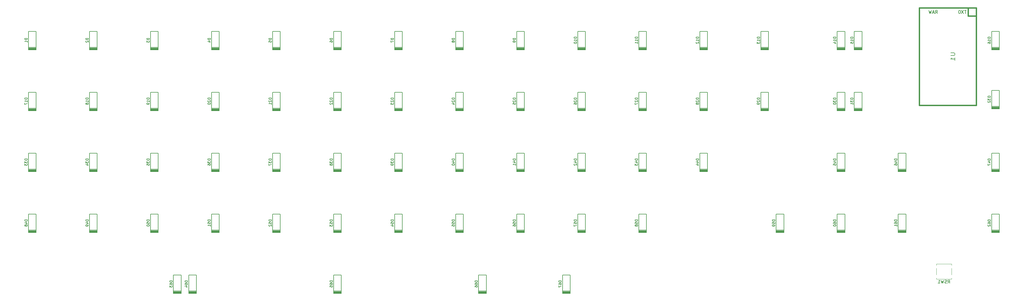
<source format=gbr>
G04 #@! TF.GenerationSoftware,KiCad,Pcbnew,(5.0.1)-3*
G04 #@! TF.CreationDate,2019-03-03T22:41:32+01:00*
G04 #@! TF.ProjectId,OC64,4F4336342E6B696361645F7063620000,rev?*
G04 #@! TF.SameCoordinates,Original*
G04 #@! TF.FileFunction,Legend,Bot*
G04 #@! TF.FilePolarity,Positive*
%FSLAX46Y46*%
G04 Gerber Fmt 4.6, Leading zero omitted, Abs format (unit mm)*
G04 Created by KiCad (PCBNEW (5.0.1)-3) date 3/03/2019 22:41:32*
%MOMM*%
%LPD*%
G01*
G04 APERTURE LIST*
%ADD10C,0.381000*%
%ADD11C,0.120000*%
%ADD12C,0.200000*%
%ADD13C,0.203200*%
%ADD14C,0.150000*%
G04 APERTURE END LIST*
D10*
G04 #@! TO.C,U1*
X335294664Y-74746013D02*
X353074664Y-74746013D01*
X353074664Y-74746013D02*
X353074664Y-105226013D01*
X353074664Y-105226013D02*
X335294664Y-105226013D01*
X335294664Y-105226013D02*
X335294664Y-74746013D01*
X350534664Y-74746013D02*
X350534664Y-77286013D01*
X350534664Y-77286013D02*
X353074664Y-77286013D01*
D11*
G04 #@! TO.C,RSW1*
X340624038Y-159626382D02*
X345364038Y-159626382D01*
X340624038Y-159626382D02*
X340624038Y-159226382D01*
X345364038Y-159626382D02*
X345364038Y-159226382D01*
X340624038Y-154886382D02*
X340624038Y-155286382D01*
X340624038Y-154886382D02*
X345364038Y-154886382D01*
X345364038Y-154886382D02*
X345364038Y-155286382D01*
X345364038Y-156226382D02*
X345364038Y-158286382D01*
X340624038Y-156226382D02*
X340624038Y-158286382D01*
D12*
G04 #@! TO.C,D64*
X107240740Y-158295203D02*
X107240740Y-164095203D01*
X109640740Y-158295203D02*
X107240740Y-158295203D01*
X109640740Y-164095203D02*
X109640740Y-158295203D01*
X109640740Y-164020203D02*
X107240740Y-164020203D01*
X109640740Y-163895203D02*
X107240740Y-163895203D01*
X107240740Y-164120203D02*
X109640740Y-164120203D01*
X109640740Y-163720203D02*
X107240740Y-163720203D01*
X109640740Y-163545203D02*
X107240740Y-163545203D01*
X109640740Y-163370203D02*
X107240740Y-163370203D01*
G04 #@! TO.C,D65*
X154884490Y-163370203D02*
X152484490Y-163370203D01*
X154884490Y-163545203D02*
X152484490Y-163545203D01*
X154884490Y-163720203D02*
X152484490Y-163720203D01*
X152484490Y-164120203D02*
X154884490Y-164120203D01*
X154884490Y-163895203D02*
X152484490Y-163895203D01*
X154884490Y-164020203D02*
X152484490Y-164020203D01*
X154884490Y-164095203D02*
X154884490Y-158295203D01*
X154884490Y-158295203D02*
X152484490Y-158295203D01*
X152484490Y-158295203D02*
X152484490Y-164095203D01*
G04 #@! TO.C,D66*
X197728240Y-158295203D02*
X197728240Y-164095203D01*
X200128240Y-158295203D02*
X197728240Y-158295203D01*
X200128240Y-164095203D02*
X200128240Y-158295203D01*
X200128240Y-164020203D02*
X197728240Y-164020203D01*
X200128240Y-163895203D02*
X197728240Y-163895203D01*
X197728240Y-164120203D02*
X200128240Y-164120203D01*
X200128240Y-163720203D02*
X197728240Y-163720203D01*
X200128240Y-163545203D02*
X197728240Y-163545203D01*
X200128240Y-163370203D02*
X197728240Y-163370203D01*
G04 #@! TO.C,D67*
X226322064Y-163370451D02*
X223922064Y-163370451D01*
X226322064Y-163545451D02*
X223922064Y-163545451D01*
X226322064Y-163720451D02*
X223922064Y-163720451D01*
X223922064Y-164120451D02*
X226322064Y-164120451D01*
X226322064Y-163895451D02*
X223922064Y-163895451D01*
X226322064Y-164020451D02*
X223922064Y-164020451D01*
X226322064Y-164095451D02*
X226322064Y-158295451D01*
X226322064Y-158295451D02*
X223922064Y-158295451D01*
X223922064Y-158295451D02*
X223922064Y-164095451D01*
G04 #@! TO.C,D1*
X57234490Y-82095203D02*
X57234490Y-87895203D01*
X59634490Y-82095203D02*
X57234490Y-82095203D01*
X59634490Y-87895203D02*
X59634490Y-82095203D01*
X59634490Y-87820203D02*
X57234490Y-87820203D01*
X59634490Y-87695203D02*
X57234490Y-87695203D01*
X57234490Y-87920203D02*
X59634490Y-87920203D01*
X59634490Y-87520203D02*
X57234490Y-87520203D01*
X59634490Y-87345203D02*
X57234490Y-87345203D01*
X59634490Y-87170203D02*
X57234490Y-87170203D01*
G04 #@! TO.C,D2*
X76284490Y-82095203D02*
X76284490Y-87895203D01*
X78684490Y-82095203D02*
X76284490Y-82095203D01*
X78684490Y-87895203D02*
X78684490Y-82095203D01*
X78684490Y-87820203D02*
X76284490Y-87820203D01*
X78684490Y-87695203D02*
X76284490Y-87695203D01*
X76284490Y-87920203D02*
X78684490Y-87920203D01*
X78684490Y-87520203D02*
X76284490Y-87520203D01*
X78684490Y-87345203D02*
X76284490Y-87345203D01*
X78684490Y-87170203D02*
X76284490Y-87170203D01*
G04 #@! TO.C,D3*
X95334490Y-82095203D02*
X95334490Y-87895203D01*
X97734490Y-82095203D02*
X95334490Y-82095203D01*
X97734490Y-87895203D02*
X97734490Y-82095203D01*
X97734490Y-87820203D02*
X95334490Y-87820203D01*
X97734490Y-87695203D02*
X95334490Y-87695203D01*
X95334490Y-87920203D02*
X97734490Y-87920203D01*
X97734490Y-87520203D02*
X95334490Y-87520203D01*
X97734490Y-87345203D02*
X95334490Y-87345203D01*
X97734490Y-87170203D02*
X95334490Y-87170203D01*
G04 #@! TO.C,D4*
X114384490Y-82095203D02*
X114384490Y-87895203D01*
X116784490Y-82095203D02*
X114384490Y-82095203D01*
X116784490Y-87895203D02*
X116784490Y-82095203D01*
X116784490Y-87820203D02*
X114384490Y-87820203D01*
X116784490Y-87695203D02*
X114384490Y-87695203D01*
X114384490Y-87920203D02*
X116784490Y-87920203D01*
X116784490Y-87520203D02*
X114384490Y-87520203D01*
X116784490Y-87345203D02*
X114384490Y-87345203D01*
X116784490Y-87170203D02*
X114384490Y-87170203D01*
G04 #@! TO.C,D5*
X133434490Y-82095203D02*
X133434490Y-87895203D01*
X135834490Y-82095203D02*
X133434490Y-82095203D01*
X135834490Y-87895203D02*
X135834490Y-82095203D01*
X135834490Y-87820203D02*
X133434490Y-87820203D01*
X135834490Y-87695203D02*
X133434490Y-87695203D01*
X133434490Y-87920203D02*
X135834490Y-87920203D01*
X135834490Y-87520203D02*
X133434490Y-87520203D01*
X135834490Y-87345203D02*
X133434490Y-87345203D01*
X135834490Y-87170203D02*
X133434490Y-87170203D01*
G04 #@! TO.C,D6*
X152484490Y-82095203D02*
X152484490Y-87895203D01*
X154884490Y-82095203D02*
X152484490Y-82095203D01*
X154884490Y-87895203D02*
X154884490Y-82095203D01*
X154884490Y-87820203D02*
X152484490Y-87820203D01*
X154884490Y-87695203D02*
X152484490Y-87695203D01*
X152484490Y-87920203D02*
X154884490Y-87920203D01*
X154884490Y-87520203D02*
X152484490Y-87520203D01*
X154884490Y-87345203D02*
X152484490Y-87345203D01*
X154884490Y-87170203D02*
X152484490Y-87170203D01*
G04 #@! TO.C,D7*
X171534490Y-82095203D02*
X171534490Y-87895203D01*
X173934490Y-82095203D02*
X171534490Y-82095203D01*
X173934490Y-87895203D02*
X173934490Y-82095203D01*
X173934490Y-87820203D02*
X171534490Y-87820203D01*
X173934490Y-87695203D02*
X171534490Y-87695203D01*
X171534490Y-87920203D02*
X173934490Y-87920203D01*
X173934490Y-87520203D02*
X171534490Y-87520203D01*
X173934490Y-87345203D02*
X171534490Y-87345203D01*
X173934490Y-87170203D02*
X171534490Y-87170203D01*
G04 #@! TO.C,D8*
X190584490Y-82095203D02*
X190584490Y-87895203D01*
X192984490Y-82095203D02*
X190584490Y-82095203D01*
X192984490Y-87895203D02*
X192984490Y-82095203D01*
X192984490Y-87820203D02*
X190584490Y-87820203D01*
X192984490Y-87695203D02*
X190584490Y-87695203D01*
X190584490Y-87920203D02*
X192984490Y-87920203D01*
X192984490Y-87520203D02*
X190584490Y-87520203D01*
X192984490Y-87345203D02*
X190584490Y-87345203D01*
X192984490Y-87170203D02*
X190584490Y-87170203D01*
G04 #@! TO.C,D9*
X212034490Y-87170203D02*
X209634490Y-87170203D01*
X212034490Y-87345203D02*
X209634490Y-87345203D01*
X212034490Y-87520203D02*
X209634490Y-87520203D01*
X209634490Y-87920203D02*
X212034490Y-87920203D01*
X212034490Y-87695203D02*
X209634490Y-87695203D01*
X212034490Y-87820203D02*
X209634490Y-87820203D01*
X212034490Y-87895203D02*
X212034490Y-82095203D01*
X212034490Y-82095203D02*
X209634490Y-82095203D01*
X209634490Y-82095203D02*
X209634490Y-87895203D01*
G04 #@! TO.C,D10*
X231084490Y-87170203D02*
X228684490Y-87170203D01*
X231084490Y-87345203D02*
X228684490Y-87345203D01*
X231084490Y-87520203D02*
X228684490Y-87520203D01*
X228684490Y-87920203D02*
X231084490Y-87920203D01*
X231084490Y-87695203D02*
X228684490Y-87695203D01*
X231084490Y-87820203D02*
X228684490Y-87820203D01*
X231084490Y-87895203D02*
X231084490Y-82095203D01*
X231084490Y-82095203D02*
X228684490Y-82095203D01*
X228684490Y-82095203D02*
X228684490Y-87895203D01*
G04 #@! TO.C,D11*
X250134490Y-87170203D02*
X247734490Y-87170203D01*
X250134490Y-87345203D02*
X247734490Y-87345203D01*
X250134490Y-87520203D02*
X247734490Y-87520203D01*
X247734490Y-87920203D02*
X250134490Y-87920203D01*
X250134490Y-87695203D02*
X247734490Y-87695203D01*
X250134490Y-87820203D02*
X247734490Y-87820203D01*
X250134490Y-87895203D02*
X250134490Y-82095203D01*
X250134490Y-82095203D02*
X247734490Y-82095203D01*
X247734490Y-82095203D02*
X247734490Y-87895203D01*
G04 #@! TO.C,D12*
X269184490Y-87170203D02*
X266784490Y-87170203D01*
X269184490Y-87345203D02*
X266784490Y-87345203D01*
X269184490Y-87520203D02*
X266784490Y-87520203D01*
X266784490Y-87920203D02*
X269184490Y-87920203D01*
X269184490Y-87695203D02*
X266784490Y-87695203D01*
X269184490Y-87820203D02*
X266784490Y-87820203D01*
X269184490Y-87895203D02*
X269184490Y-82095203D01*
X269184490Y-82095203D02*
X266784490Y-82095203D01*
X266784490Y-82095203D02*
X266784490Y-87895203D01*
G04 #@! TO.C,D13*
X288234490Y-87170203D02*
X285834490Y-87170203D01*
X288234490Y-87345203D02*
X285834490Y-87345203D01*
X288234490Y-87520203D02*
X285834490Y-87520203D01*
X285834490Y-87920203D02*
X288234490Y-87920203D01*
X288234490Y-87695203D02*
X285834490Y-87695203D01*
X288234490Y-87820203D02*
X285834490Y-87820203D01*
X288234490Y-87895203D02*
X288234490Y-82095203D01*
X288234490Y-82095203D02*
X285834490Y-82095203D01*
X285834490Y-82095203D02*
X285834490Y-87895203D01*
G04 #@! TO.C,D14*
X312047136Y-87170203D02*
X309647136Y-87170203D01*
X312047136Y-87345203D02*
X309647136Y-87345203D01*
X312047136Y-87520203D02*
X309647136Y-87520203D01*
X309647136Y-87920203D02*
X312047136Y-87920203D01*
X312047136Y-87695203D02*
X309647136Y-87695203D01*
X312047136Y-87820203D02*
X309647136Y-87820203D01*
X312047136Y-87895203D02*
X312047136Y-82095203D01*
X312047136Y-82095203D02*
X309647136Y-82095203D01*
X309647136Y-82095203D02*
X309647136Y-87895203D01*
G04 #@! TO.C,D15*
X317404953Y-87170203D02*
X315004953Y-87170203D01*
X317404953Y-87345203D02*
X315004953Y-87345203D01*
X317404953Y-87520203D02*
X315004953Y-87520203D01*
X315004953Y-87920203D02*
X317404953Y-87920203D01*
X317404953Y-87695203D02*
X315004953Y-87695203D01*
X317404953Y-87820203D02*
X315004953Y-87820203D01*
X317404953Y-87895203D02*
X317404953Y-82095203D01*
X317404953Y-82095203D02*
X315004953Y-82095203D01*
X315004953Y-82095203D02*
X315004953Y-87895203D01*
G04 #@! TO.C,D16*
X360267489Y-87170387D02*
X357867489Y-87170387D01*
X360267489Y-87345387D02*
X357867489Y-87345387D01*
X360267489Y-87520387D02*
X357867489Y-87520387D01*
X357867489Y-87920387D02*
X360267489Y-87920387D01*
X360267489Y-87695387D02*
X357867489Y-87695387D01*
X360267489Y-87820387D02*
X357867489Y-87820387D01*
X360267489Y-87895387D02*
X360267489Y-82095387D01*
X360267489Y-82095387D02*
X357867489Y-82095387D01*
X357867489Y-82095387D02*
X357867489Y-87895387D01*
G04 #@! TO.C,D17*
X57234490Y-101145203D02*
X57234490Y-106945203D01*
X59634490Y-101145203D02*
X57234490Y-101145203D01*
X59634490Y-106945203D02*
X59634490Y-101145203D01*
X59634490Y-106870203D02*
X57234490Y-106870203D01*
X59634490Y-106745203D02*
X57234490Y-106745203D01*
X57234490Y-106970203D02*
X59634490Y-106970203D01*
X59634490Y-106570203D02*
X57234490Y-106570203D01*
X59634490Y-106395203D02*
X57234490Y-106395203D01*
X59634490Y-106220203D02*
X57234490Y-106220203D01*
G04 #@! TO.C,D18*
X76284490Y-101145203D02*
X76284490Y-106945203D01*
X78684490Y-101145203D02*
X76284490Y-101145203D01*
X78684490Y-106945203D02*
X78684490Y-101145203D01*
X78684490Y-106870203D02*
X76284490Y-106870203D01*
X78684490Y-106745203D02*
X76284490Y-106745203D01*
X76284490Y-106970203D02*
X78684490Y-106970203D01*
X78684490Y-106570203D02*
X76284490Y-106570203D01*
X78684490Y-106395203D02*
X76284490Y-106395203D01*
X78684490Y-106220203D02*
X76284490Y-106220203D01*
G04 #@! TO.C,D19*
X95334490Y-101145203D02*
X95334490Y-106945203D01*
X97734490Y-101145203D02*
X95334490Y-101145203D01*
X97734490Y-106945203D02*
X97734490Y-101145203D01*
X97734490Y-106870203D02*
X95334490Y-106870203D01*
X97734490Y-106745203D02*
X95334490Y-106745203D01*
X95334490Y-106970203D02*
X97734490Y-106970203D01*
X97734490Y-106570203D02*
X95334490Y-106570203D01*
X97734490Y-106395203D02*
X95334490Y-106395203D01*
X97734490Y-106220203D02*
X95334490Y-106220203D01*
G04 #@! TO.C,D20*
X114384490Y-101145203D02*
X114384490Y-106945203D01*
X116784490Y-101145203D02*
X114384490Y-101145203D01*
X116784490Y-106945203D02*
X116784490Y-101145203D01*
X116784490Y-106870203D02*
X114384490Y-106870203D01*
X116784490Y-106745203D02*
X114384490Y-106745203D01*
X114384490Y-106970203D02*
X116784490Y-106970203D01*
X116784490Y-106570203D02*
X114384490Y-106570203D01*
X116784490Y-106395203D02*
X114384490Y-106395203D01*
X116784490Y-106220203D02*
X114384490Y-106220203D01*
G04 #@! TO.C,D21*
X133434490Y-101145203D02*
X133434490Y-106945203D01*
X135834490Y-101145203D02*
X133434490Y-101145203D01*
X135834490Y-106945203D02*
X135834490Y-101145203D01*
X135834490Y-106870203D02*
X133434490Y-106870203D01*
X135834490Y-106745203D02*
X133434490Y-106745203D01*
X133434490Y-106970203D02*
X135834490Y-106970203D01*
X135834490Y-106570203D02*
X133434490Y-106570203D01*
X135834490Y-106395203D02*
X133434490Y-106395203D01*
X135834490Y-106220203D02*
X133434490Y-106220203D01*
G04 #@! TO.C,D22*
X152484490Y-101145203D02*
X152484490Y-106945203D01*
X154884490Y-101145203D02*
X152484490Y-101145203D01*
X154884490Y-106945203D02*
X154884490Y-101145203D01*
X154884490Y-106870203D02*
X152484490Y-106870203D01*
X154884490Y-106745203D02*
X152484490Y-106745203D01*
X152484490Y-106970203D02*
X154884490Y-106970203D01*
X154884490Y-106570203D02*
X152484490Y-106570203D01*
X154884490Y-106395203D02*
X152484490Y-106395203D01*
X154884490Y-106220203D02*
X152484490Y-106220203D01*
G04 #@! TO.C,D23*
X171534490Y-101145203D02*
X171534490Y-106945203D01*
X173934490Y-101145203D02*
X171534490Y-101145203D01*
X173934490Y-106945203D02*
X173934490Y-101145203D01*
X173934490Y-106870203D02*
X171534490Y-106870203D01*
X173934490Y-106745203D02*
X171534490Y-106745203D01*
X171534490Y-106970203D02*
X173934490Y-106970203D01*
X173934490Y-106570203D02*
X171534490Y-106570203D01*
X173934490Y-106395203D02*
X171534490Y-106395203D01*
X173934490Y-106220203D02*
X171534490Y-106220203D01*
G04 #@! TO.C,D24*
X190584490Y-101145203D02*
X190584490Y-106945203D01*
X192984490Y-101145203D02*
X190584490Y-101145203D01*
X192984490Y-106945203D02*
X192984490Y-101145203D01*
X192984490Y-106870203D02*
X190584490Y-106870203D01*
X192984490Y-106745203D02*
X190584490Y-106745203D01*
X190584490Y-106970203D02*
X192984490Y-106970203D01*
X192984490Y-106570203D02*
X190584490Y-106570203D01*
X192984490Y-106395203D02*
X190584490Y-106395203D01*
X192984490Y-106220203D02*
X190584490Y-106220203D01*
G04 #@! TO.C,D25*
X212034490Y-106220203D02*
X209634490Y-106220203D01*
X212034490Y-106395203D02*
X209634490Y-106395203D01*
X212034490Y-106570203D02*
X209634490Y-106570203D01*
X209634490Y-106970203D02*
X212034490Y-106970203D01*
X212034490Y-106745203D02*
X209634490Y-106745203D01*
X212034490Y-106870203D02*
X209634490Y-106870203D01*
X212034490Y-106945203D02*
X212034490Y-101145203D01*
X212034490Y-101145203D02*
X209634490Y-101145203D01*
X209634490Y-101145203D02*
X209634490Y-106945203D01*
G04 #@! TO.C,D26*
X231084490Y-106220203D02*
X228684490Y-106220203D01*
X231084490Y-106395203D02*
X228684490Y-106395203D01*
X231084490Y-106570203D02*
X228684490Y-106570203D01*
X228684490Y-106970203D02*
X231084490Y-106970203D01*
X231084490Y-106745203D02*
X228684490Y-106745203D01*
X231084490Y-106870203D02*
X228684490Y-106870203D01*
X231084490Y-106945203D02*
X231084490Y-101145203D01*
X231084490Y-101145203D02*
X228684490Y-101145203D01*
X228684490Y-101145203D02*
X228684490Y-106945203D01*
G04 #@! TO.C,D27*
X250134490Y-106220203D02*
X247734490Y-106220203D01*
X250134490Y-106395203D02*
X247734490Y-106395203D01*
X250134490Y-106570203D02*
X247734490Y-106570203D01*
X247734490Y-106970203D02*
X250134490Y-106970203D01*
X250134490Y-106745203D02*
X247734490Y-106745203D01*
X250134490Y-106870203D02*
X247734490Y-106870203D01*
X250134490Y-106945203D02*
X250134490Y-101145203D01*
X250134490Y-101145203D02*
X247734490Y-101145203D01*
X247734490Y-101145203D02*
X247734490Y-106945203D01*
G04 #@! TO.C,D28*
X269184490Y-106220203D02*
X266784490Y-106220203D01*
X269184490Y-106395203D02*
X266784490Y-106395203D01*
X269184490Y-106570203D02*
X266784490Y-106570203D01*
X266784490Y-106970203D02*
X269184490Y-106970203D01*
X269184490Y-106745203D02*
X266784490Y-106745203D01*
X269184490Y-106870203D02*
X266784490Y-106870203D01*
X269184490Y-106945203D02*
X269184490Y-101145203D01*
X269184490Y-101145203D02*
X266784490Y-101145203D01*
X266784490Y-101145203D02*
X266784490Y-106945203D01*
G04 #@! TO.C,D29*
X288234490Y-106220203D02*
X285834490Y-106220203D01*
X288234490Y-106395203D02*
X285834490Y-106395203D01*
X288234490Y-106570203D02*
X285834490Y-106570203D01*
X285834490Y-106970203D02*
X288234490Y-106970203D01*
X288234490Y-106745203D02*
X285834490Y-106745203D01*
X288234490Y-106870203D02*
X285834490Y-106870203D01*
X288234490Y-106945203D02*
X288234490Y-101145203D01*
X288234490Y-101145203D02*
X285834490Y-101145203D01*
X285834490Y-101145203D02*
X285834490Y-106945203D01*
G04 #@! TO.C,D30*
X312047136Y-106220203D02*
X309647136Y-106220203D01*
X312047136Y-106395203D02*
X309647136Y-106395203D01*
X312047136Y-106570203D02*
X309647136Y-106570203D01*
X309647136Y-106970203D02*
X312047136Y-106970203D01*
X312047136Y-106745203D02*
X309647136Y-106745203D01*
X312047136Y-106870203D02*
X309647136Y-106870203D01*
X312047136Y-106945203D02*
X312047136Y-101145203D01*
X312047136Y-101145203D02*
X309647136Y-101145203D01*
X309647136Y-101145203D02*
X309647136Y-106945203D01*
G04 #@! TO.C,D31*
X317404953Y-106220203D02*
X315004953Y-106220203D01*
X317404953Y-106395203D02*
X315004953Y-106395203D01*
X317404953Y-106570203D02*
X315004953Y-106570203D01*
X315004953Y-106970203D02*
X317404953Y-106970203D01*
X317404953Y-106745203D02*
X315004953Y-106745203D01*
X317404953Y-106870203D02*
X315004953Y-106870203D01*
X317404953Y-106945203D02*
X317404953Y-101145203D01*
X317404953Y-101145203D02*
X315004953Y-101145203D01*
X315004953Y-101145203D02*
X315004953Y-106945203D01*
G04 #@! TO.C,D32*
X360267489Y-105625090D02*
X357867489Y-105625090D01*
X360267489Y-105800090D02*
X357867489Y-105800090D01*
X360267489Y-105975090D02*
X357867489Y-105975090D01*
X357867489Y-106375090D02*
X360267489Y-106375090D01*
X360267489Y-106150090D02*
X357867489Y-106150090D01*
X360267489Y-106275090D02*
X357867489Y-106275090D01*
X360267489Y-106350090D02*
X360267489Y-100550090D01*
X360267489Y-100550090D02*
X357867489Y-100550090D01*
X357867489Y-100550090D02*
X357867489Y-106350090D01*
G04 #@! TO.C,D33*
X57234490Y-120195203D02*
X57234490Y-125995203D01*
X59634490Y-120195203D02*
X57234490Y-120195203D01*
X59634490Y-125995203D02*
X59634490Y-120195203D01*
X59634490Y-125920203D02*
X57234490Y-125920203D01*
X59634490Y-125795203D02*
X57234490Y-125795203D01*
X57234490Y-126020203D02*
X59634490Y-126020203D01*
X59634490Y-125620203D02*
X57234490Y-125620203D01*
X59634490Y-125445203D02*
X57234490Y-125445203D01*
X59634490Y-125270203D02*
X57234490Y-125270203D01*
G04 #@! TO.C,D34*
X76284490Y-120195203D02*
X76284490Y-125995203D01*
X78684490Y-120195203D02*
X76284490Y-120195203D01*
X78684490Y-125995203D02*
X78684490Y-120195203D01*
X78684490Y-125920203D02*
X76284490Y-125920203D01*
X78684490Y-125795203D02*
X76284490Y-125795203D01*
X76284490Y-126020203D02*
X78684490Y-126020203D01*
X78684490Y-125620203D02*
X76284490Y-125620203D01*
X78684490Y-125445203D02*
X76284490Y-125445203D01*
X78684490Y-125270203D02*
X76284490Y-125270203D01*
G04 #@! TO.C,D35*
X95334490Y-120195203D02*
X95334490Y-125995203D01*
X97734490Y-120195203D02*
X95334490Y-120195203D01*
X97734490Y-125995203D02*
X97734490Y-120195203D01*
X97734490Y-125920203D02*
X95334490Y-125920203D01*
X97734490Y-125795203D02*
X95334490Y-125795203D01*
X95334490Y-126020203D02*
X97734490Y-126020203D01*
X97734490Y-125620203D02*
X95334490Y-125620203D01*
X97734490Y-125445203D02*
X95334490Y-125445203D01*
X97734490Y-125270203D02*
X95334490Y-125270203D01*
G04 #@! TO.C,D36*
X114384490Y-120195203D02*
X114384490Y-125995203D01*
X116784490Y-120195203D02*
X114384490Y-120195203D01*
X116784490Y-125995203D02*
X116784490Y-120195203D01*
X116784490Y-125920203D02*
X114384490Y-125920203D01*
X116784490Y-125795203D02*
X114384490Y-125795203D01*
X114384490Y-126020203D02*
X116784490Y-126020203D01*
X116784490Y-125620203D02*
X114384490Y-125620203D01*
X116784490Y-125445203D02*
X114384490Y-125445203D01*
X116784490Y-125270203D02*
X114384490Y-125270203D01*
G04 #@! TO.C,D37*
X133434490Y-120195203D02*
X133434490Y-125995203D01*
X135834490Y-120195203D02*
X133434490Y-120195203D01*
X135834490Y-125995203D02*
X135834490Y-120195203D01*
X135834490Y-125920203D02*
X133434490Y-125920203D01*
X135834490Y-125795203D02*
X133434490Y-125795203D01*
X133434490Y-126020203D02*
X135834490Y-126020203D01*
X135834490Y-125620203D02*
X133434490Y-125620203D01*
X135834490Y-125445203D02*
X133434490Y-125445203D01*
X135834490Y-125270203D02*
X133434490Y-125270203D01*
G04 #@! TO.C,D38*
X152484490Y-120195203D02*
X152484490Y-125995203D01*
X154884490Y-120195203D02*
X152484490Y-120195203D01*
X154884490Y-125995203D02*
X154884490Y-120195203D01*
X154884490Y-125920203D02*
X152484490Y-125920203D01*
X154884490Y-125795203D02*
X152484490Y-125795203D01*
X152484490Y-126020203D02*
X154884490Y-126020203D01*
X154884490Y-125620203D02*
X152484490Y-125620203D01*
X154884490Y-125445203D02*
X152484490Y-125445203D01*
X154884490Y-125270203D02*
X152484490Y-125270203D01*
G04 #@! TO.C,D39*
X171534490Y-120195203D02*
X171534490Y-125995203D01*
X173934490Y-120195203D02*
X171534490Y-120195203D01*
X173934490Y-125995203D02*
X173934490Y-120195203D01*
X173934490Y-125920203D02*
X171534490Y-125920203D01*
X173934490Y-125795203D02*
X171534490Y-125795203D01*
X171534490Y-126020203D02*
X173934490Y-126020203D01*
X173934490Y-125620203D02*
X171534490Y-125620203D01*
X173934490Y-125445203D02*
X171534490Y-125445203D01*
X173934490Y-125270203D02*
X171534490Y-125270203D01*
G04 #@! TO.C,D40*
X190584490Y-120195203D02*
X190584490Y-125995203D01*
X192984490Y-120195203D02*
X190584490Y-120195203D01*
X192984490Y-125995203D02*
X192984490Y-120195203D01*
X192984490Y-125920203D02*
X190584490Y-125920203D01*
X192984490Y-125795203D02*
X190584490Y-125795203D01*
X190584490Y-126020203D02*
X192984490Y-126020203D01*
X192984490Y-125620203D02*
X190584490Y-125620203D01*
X192984490Y-125445203D02*
X190584490Y-125445203D01*
X192984490Y-125270203D02*
X190584490Y-125270203D01*
G04 #@! TO.C,D41*
X212034490Y-125270203D02*
X209634490Y-125270203D01*
X212034490Y-125445203D02*
X209634490Y-125445203D01*
X212034490Y-125620203D02*
X209634490Y-125620203D01*
X209634490Y-126020203D02*
X212034490Y-126020203D01*
X212034490Y-125795203D02*
X209634490Y-125795203D01*
X212034490Y-125920203D02*
X209634490Y-125920203D01*
X212034490Y-125995203D02*
X212034490Y-120195203D01*
X212034490Y-120195203D02*
X209634490Y-120195203D01*
X209634490Y-120195203D02*
X209634490Y-125995203D01*
G04 #@! TO.C,D42*
X231084490Y-125270203D02*
X228684490Y-125270203D01*
X231084490Y-125445203D02*
X228684490Y-125445203D01*
X231084490Y-125620203D02*
X228684490Y-125620203D01*
X228684490Y-126020203D02*
X231084490Y-126020203D01*
X231084490Y-125795203D02*
X228684490Y-125795203D01*
X231084490Y-125920203D02*
X228684490Y-125920203D01*
X231084490Y-125995203D02*
X231084490Y-120195203D01*
X231084490Y-120195203D02*
X228684490Y-120195203D01*
X228684490Y-120195203D02*
X228684490Y-125995203D01*
G04 #@! TO.C,D43*
X250134490Y-125270203D02*
X247734490Y-125270203D01*
X250134490Y-125445203D02*
X247734490Y-125445203D01*
X250134490Y-125620203D02*
X247734490Y-125620203D01*
X247734490Y-126020203D02*
X250134490Y-126020203D01*
X250134490Y-125795203D02*
X247734490Y-125795203D01*
X250134490Y-125920203D02*
X247734490Y-125920203D01*
X250134490Y-125995203D02*
X250134490Y-120195203D01*
X250134490Y-120195203D02*
X247734490Y-120195203D01*
X247734490Y-120195203D02*
X247734490Y-125995203D01*
G04 #@! TO.C,D44*
X266784490Y-120195203D02*
X266784490Y-125995203D01*
X269184490Y-120195203D02*
X266784490Y-120195203D01*
X269184490Y-125995203D02*
X269184490Y-120195203D01*
X269184490Y-125920203D02*
X266784490Y-125920203D01*
X269184490Y-125795203D02*
X266784490Y-125795203D01*
X266784490Y-126020203D02*
X269184490Y-126020203D01*
X269184490Y-125620203D02*
X266784490Y-125620203D01*
X269184490Y-125445203D02*
X266784490Y-125445203D01*
X269184490Y-125270203D02*
X266784490Y-125270203D01*
G04 #@! TO.C,D45*
X312046990Y-125270203D02*
X309646990Y-125270203D01*
X312046990Y-125445203D02*
X309646990Y-125445203D01*
X312046990Y-125620203D02*
X309646990Y-125620203D01*
X309646990Y-126020203D02*
X312046990Y-126020203D01*
X312046990Y-125795203D02*
X309646990Y-125795203D01*
X312046990Y-125920203D02*
X309646990Y-125920203D01*
X312046990Y-125995203D02*
X312046990Y-120195203D01*
X312046990Y-120195203D02*
X309646990Y-120195203D01*
X309646990Y-120195203D02*
X309646990Y-125995203D01*
G04 #@! TO.C,D46*
X331096990Y-125270203D02*
X328696990Y-125270203D01*
X331096990Y-125445203D02*
X328696990Y-125445203D01*
X331096990Y-125620203D02*
X328696990Y-125620203D01*
X328696990Y-126020203D02*
X331096990Y-126020203D01*
X331096990Y-125795203D02*
X328696990Y-125795203D01*
X331096990Y-125920203D02*
X328696990Y-125920203D01*
X331096990Y-125995203D02*
X331096990Y-120195203D01*
X331096990Y-120195203D02*
X328696990Y-120195203D01*
X328696990Y-120195203D02*
X328696990Y-125995203D01*
G04 #@! TO.C,D47*
X360267489Y-125270419D02*
X357867489Y-125270419D01*
X360267489Y-125445419D02*
X357867489Y-125445419D01*
X360267489Y-125620419D02*
X357867489Y-125620419D01*
X357867489Y-126020419D02*
X360267489Y-126020419D01*
X360267489Y-125795419D02*
X357867489Y-125795419D01*
X360267489Y-125920419D02*
X357867489Y-125920419D01*
X360267489Y-125995419D02*
X360267489Y-120195419D01*
X360267489Y-120195419D02*
X357867489Y-120195419D01*
X357867489Y-120195419D02*
X357867489Y-125995419D01*
G04 #@! TO.C,D48*
X57234490Y-139245203D02*
X57234490Y-145045203D01*
X59634490Y-139245203D02*
X57234490Y-139245203D01*
X59634490Y-145045203D02*
X59634490Y-139245203D01*
X59634490Y-144970203D02*
X57234490Y-144970203D01*
X59634490Y-144845203D02*
X57234490Y-144845203D01*
X57234490Y-145070203D02*
X59634490Y-145070203D01*
X59634490Y-144670203D02*
X57234490Y-144670203D01*
X59634490Y-144495203D02*
X57234490Y-144495203D01*
X59634490Y-144320203D02*
X57234490Y-144320203D01*
G04 #@! TO.C,D49*
X76284490Y-139245203D02*
X76284490Y-145045203D01*
X78684490Y-139245203D02*
X76284490Y-139245203D01*
X78684490Y-145045203D02*
X78684490Y-139245203D01*
X78684490Y-144970203D02*
X76284490Y-144970203D01*
X78684490Y-144845203D02*
X76284490Y-144845203D01*
X76284490Y-145070203D02*
X78684490Y-145070203D01*
X78684490Y-144670203D02*
X76284490Y-144670203D01*
X78684490Y-144495203D02*
X76284490Y-144495203D01*
X78684490Y-144320203D02*
X76284490Y-144320203D01*
G04 #@! TO.C,D50*
X95334490Y-139245203D02*
X95334490Y-145045203D01*
X97734490Y-139245203D02*
X95334490Y-139245203D01*
X97734490Y-145045203D02*
X97734490Y-139245203D01*
X97734490Y-144970203D02*
X95334490Y-144970203D01*
X97734490Y-144845203D02*
X95334490Y-144845203D01*
X95334490Y-145070203D02*
X97734490Y-145070203D01*
X97734490Y-144670203D02*
X95334490Y-144670203D01*
X97734490Y-144495203D02*
X95334490Y-144495203D01*
X97734490Y-144320203D02*
X95334490Y-144320203D01*
G04 #@! TO.C,D51*
X114384490Y-139245203D02*
X114384490Y-145045203D01*
X116784490Y-139245203D02*
X114384490Y-139245203D01*
X116784490Y-145045203D02*
X116784490Y-139245203D01*
X116784490Y-144970203D02*
X114384490Y-144970203D01*
X116784490Y-144845203D02*
X114384490Y-144845203D01*
X114384490Y-145070203D02*
X116784490Y-145070203D01*
X116784490Y-144670203D02*
X114384490Y-144670203D01*
X116784490Y-144495203D02*
X114384490Y-144495203D01*
X116784490Y-144320203D02*
X114384490Y-144320203D01*
G04 #@! TO.C,D52*
X133434490Y-139245203D02*
X133434490Y-145045203D01*
X135834490Y-139245203D02*
X133434490Y-139245203D01*
X135834490Y-145045203D02*
X135834490Y-139245203D01*
X135834490Y-144970203D02*
X133434490Y-144970203D01*
X135834490Y-144845203D02*
X133434490Y-144845203D01*
X133434490Y-145070203D02*
X135834490Y-145070203D01*
X135834490Y-144670203D02*
X133434490Y-144670203D01*
X135834490Y-144495203D02*
X133434490Y-144495203D01*
X135834490Y-144320203D02*
X133434490Y-144320203D01*
G04 #@! TO.C,D53*
X152484490Y-139245203D02*
X152484490Y-145045203D01*
X154884490Y-139245203D02*
X152484490Y-139245203D01*
X154884490Y-145045203D02*
X154884490Y-139245203D01*
X154884490Y-144970203D02*
X152484490Y-144970203D01*
X154884490Y-144845203D02*
X152484490Y-144845203D01*
X152484490Y-145070203D02*
X154884490Y-145070203D01*
X154884490Y-144670203D02*
X152484490Y-144670203D01*
X154884490Y-144495203D02*
X152484490Y-144495203D01*
X154884490Y-144320203D02*
X152484490Y-144320203D01*
G04 #@! TO.C,D54*
X171534490Y-139245203D02*
X171534490Y-145045203D01*
X173934490Y-139245203D02*
X171534490Y-139245203D01*
X173934490Y-145045203D02*
X173934490Y-139245203D01*
X173934490Y-144970203D02*
X171534490Y-144970203D01*
X173934490Y-144845203D02*
X171534490Y-144845203D01*
X171534490Y-145070203D02*
X173934490Y-145070203D01*
X173934490Y-144670203D02*
X171534490Y-144670203D01*
X173934490Y-144495203D02*
X171534490Y-144495203D01*
X173934490Y-144320203D02*
X171534490Y-144320203D01*
G04 #@! TO.C,D55*
X190584490Y-139245203D02*
X190584490Y-145045203D01*
X192984490Y-139245203D02*
X190584490Y-139245203D01*
X192984490Y-145045203D02*
X192984490Y-139245203D01*
X192984490Y-144970203D02*
X190584490Y-144970203D01*
X192984490Y-144845203D02*
X190584490Y-144845203D01*
X190584490Y-145070203D02*
X192984490Y-145070203D01*
X192984490Y-144670203D02*
X190584490Y-144670203D01*
X192984490Y-144495203D02*
X190584490Y-144495203D01*
X192984490Y-144320203D02*
X190584490Y-144320203D01*
G04 #@! TO.C,D56*
X212034490Y-144320203D02*
X209634490Y-144320203D01*
X212034490Y-144495203D02*
X209634490Y-144495203D01*
X212034490Y-144670203D02*
X209634490Y-144670203D01*
X209634490Y-145070203D02*
X212034490Y-145070203D01*
X212034490Y-144845203D02*
X209634490Y-144845203D01*
X212034490Y-144970203D02*
X209634490Y-144970203D01*
X212034490Y-145045203D02*
X212034490Y-139245203D01*
X212034490Y-139245203D02*
X209634490Y-139245203D01*
X209634490Y-139245203D02*
X209634490Y-145045203D01*
G04 #@! TO.C,D57*
X231084490Y-144320203D02*
X228684490Y-144320203D01*
X231084490Y-144495203D02*
X228684490Y-144495203D01*
X231084490Y-144670203D02*
X228684490Y-144670203D01*
X228684490Y-145070203D02*
X231084490Y-145070203D01*
X231084490Y-144845203D02*
X228684490Y-144845203D01*
X231084490Y-144970203D02*
X228684490Y-144970203D01*
X231084490Y-145045203D02*
X231084490Y-139245203D01*
X231084490Y-139245203D02*
X228684490Y-139245203D01*
X228684490Y-139245203D02*
X228684490Y-145045203D01*
G04 #@! TO.C,D58*
X250134490Y-144320203D02*
X247734490Y-144320203D01*
X250134490Y-144495203D02*
X247734490Y-144495203D01*
X250134490Y-144670203D02*
X247734490Y-144670203D01*
X247734490Y-145070203D02*
X250134490Y-145070203D01*
X250134490Y-144845203D02*
X247734490Y-144845203D01*
X250134490Y-144970203D02*
X247734490Y-144970203D01*
X250134490Y-145045203D02*
X250134490Y-139245203D01*
X250134490Y-139245203D02*
X247734490Y-139245203D01*
X247734490Y-139245203D02*
X247734490Y-145045203D01*
G04 #@! TO.C,D59*
X290596990Y-139245203D02*
X290596990Y-145045203D01*
X292996990Y-139245203D02*
X290596990Y-139245203D01*
X292996990Y-145045203D02*
X292996990Y-139245203D01*
X292996990Y-144970203D02*
X290596990Y-144970203D01*
X292996990Y-144845203D02*
X290596990Y-144845203D01*
X290596990Y-145070203D02*
X292996990Y-145070203D01*
X292996990Y-144670203D02*
X290596990Y-144670203D01*
X292996990Y-144495203D02*
X290596990Y-144495203D01*
X292996990Y-144320203D02*
X290596990Y-144320203D01*
G04 #@! TO.C,D60*
X312046990Y-144320203D02*
X309646990Y-144320203D01*
X312046990Y-144495203D02*
X309646990Y-144495203D01*
X312046990Y-144670203D02*
X309646990Y-144670203D01*
X309646990Y-145070203D02*
X312046990Y-145070203D01*
X312046990Y-144845203D02*
X309646990Y-144845203D01*
X312046990Y-144970203D02*
X309646990Y-144970203D01*
X312046990Y-145045203D02*
X312046990Y-139245203D01*
X312046990Y-139245203D02*
X309646990Y-139245203D01*
X309646990Y-139245203D02*
X309646990Y-145045203D01*
G04 #@! TO.C,D61*
X331096990Y-144320203D02*
X328696990Y-144320203D01*
X331096990Y-144495203D02*
X328696990Y-144495203D01*
X331096990Y-144670203D02*
X328696990Y-144670203D01*
X328696990Y-145070203D02*
X331096990Y-145070203D01*
X331096990Y-144845203D02*
X328696990Y-144845203D01*
X331096990Y-144970203D02*
X328696990Y-144970203D01*
X331096990Y-145045203D02*
X331096990Y-139245203D01*
X331096990Y-139245203D02*
X328696990Y-139245203D01*
X328696990Y-139245203D02*
X328696990Y-145045203D01*
G04 #@! TO.C,D62*
X360267489Y-144320435D02*
X357867489Y-144320435D01*
X360267489Y-144495435D02*
X357867489Y-144495435D01*
X360267489Y-144670435D02*
X357867489Y-144670435D01*
X357867489Y-145070435D02*
X360267489Y-145070435D01*
X360267489Y-144845435D02*
X357867489Y-144845435D01*
X360267489Y-144970435D02*
X357867489Y-144970435D01*
X360267489Y-145045435D02*
X360267489Y-139245435D01*
X360267489Y-139245435D02*
X357867489Y-139245435D01*
X357867489Y-139245435D02*
X357867489Y-145045435D01*
G04 #@! TO.C,D63*
X102478240Y-158295203D02*
X102478240Y-164095203D01*
X104878240Y-158295203D02*
X102478240Y-158295203D01*
X104878240Y-164095203D02*
X104878240Y-158295203D01*
X104878240Y-164020203D02*
X102478240Y-164020203D01*
X104878240Y-163895203D02*
X102478240Y-163895203D01*
X102478240Y-164120203D02*
X104878240Y-164120203D01*
X104878240Y-163720203D02*
X102478240Y-163720203D01*
X104878240Y-163545203D02*
X102478240Y-163545203D01*
X104878240Y-163370203D02*
X102478240Y-163370203D01*
G04 #@! TO.C,U1*
D13*
X345114187Y-88824870D02*
X346142283Y-88824870D01*
X346263235Y-88897441D01*
X346323711Y-88970013D01*
X346384187Y-89115155D01*
X346384187Y-89405441D01*
X346323711Y-89550584D01*
X346263235Y-89623155D01*
X346142283Y-89695727D01*
X345114187Y-89695727D01*
X346384187Y-91219727D02*
X346384187Y-90348870D01*
X346384187Y-90784298D02*
X345114187Y-90784298D01*
X345295616Y-90639155D01*
X345416568Y-90494013D01*
X345477044Y-90348870D01*
D14*
X340275140Y-76538393D02*
X340608473Y-76062203D01*
X340846568Y-76538393D02*
X340846568Y-75538393D01*
X340465616Y-75538393D01*
X340370378Y-75586013D01*
X340322759Y-75633632D01*
X340275140Y-75728870D01*
X340275140Y-75871727D01*
X340322759Y-75966965D01*
X340370378Y-76014584D01*
X340465616Y-76062203D01*
X340846568Y-76062203D01*
X339894187Y-76252679D02*
X339417997Y-76252679D01*
X339989425Y-76538393D02*
X339656092Y-75538393D01*
X339322759Y-76538393D01*
X339084664Y-75538393D02*
X338846568Y-76538393D01*
X338656092Y-75824108D01*
X338465616Y-76538393D01*
X338227521Y-75538393D01*
X349922759Y-75538393D02*
X349351330Y-75538393D01*
X349637044Y-76538393D02*
X349637044Y-75538393D01*
X349113235Y-75538393D02*
X348446568Y-76538393D01*
X348446568Y-75538393D02*
X349113235Y-76538393D01*
X347875140Y-75538393D02*
X347779902Y-75538393D01*
X347684664Y-75586013D01*
X347637044Y-75633632D01*
X347589425Y-75728870D01*
X347541806Y-75919346D01*
X347541806Y-76157441D01*
X347589425Y-76347917D01*
X347637044Y-76443155D01*
X347684664Y-76490774D01*
X347779902Y-76538393D01*
X347875140Y-76538393D01*
X347970378Y-76490774D01*
X348017997Y-76443155D01*
X348065616Y-76347917D01*
X348113235Y-76157441D01*
X348113235Y-75919346D01*
X348065616Y-75728870D01*
X348017997Y-75633632D01*
X347970378Y-75586013D01*
X347875140Y-75538393D01*
G04 #@! TO.C,RSW1*
X344208323Y-160908762D02*
X344541657Y-160432572D01*
X344779752Y-160908762D02*
X344779752Y-159908762D01*
X344398799Y-159908762D01*
X344303561Y-159956382D01*
X344255942Y-160004001D01*
X344208323Y-160099239D01*
X344208323Y-160242096D01*
X344255942Y-160337334D01*
X344303561Y-160384953D01*
X344398799Y-160432572D01*
X344779752Y-160432572D01*
X343827371Y-160861143D02*
X343684514Y-160908762D01*
X343446418Y-160908762D01*
X343351180Y-160861143D01*
X343303561Y-160813524D01*
X343255942Y-160718286D01*
X343255942Y-160623048D01*
X343303561Y-160527810D01*
X343351180Y-160480191D01*
X343446418Y-160432572D01*
X343636895Y-160384953D01*
X343732133Y-160337334D01*
X343779752Y-160289715D01*
X343827371Y-160194477D01*
X343827371Y-160099239D01*
X343779752Y-160004001D01*
X343732133Y-159956382D01*
X343636895Y-159908762D01*
X343398799Y-159908762D01*
X343255942Y-159956382D01*
X342922609Y-159908762D02*
X342684514Y-160908762D01*
X342494038Y-160194477D01*
X342303561Y-160908762D01*
X342065466Y-159908762D01*
X341160704Y-160908762D02*
X341732133Y-160908762D01*
X341446418Y-160908762D02*
X341446418Y-159908762D01*
X341541657Y-160051620D01*
X341636895Y-160146858D01*
X341732133Y-160194477D01*
G04 #@! TO.C,D64*
X106877644Y-160123774D02*
X106077644Y-160123774D01*
X106077644Y-160314250D01*
X106115740Y-160428536D01*
X106191930Y-160504726D01*
X106268120Y-160542822D01*
X106420501Y-160580917D01*
X106534787Y-160580917D01*
X106687168Y-160542822D01*
X106763359Y-160504726D01*
X106839549Y-160428536D01*
X106877644Y-160314250D01*
X106877644Y-160123774D01*
X106077644Y-161266631D02*
X106077644Y-161114250D01*
X106115740Y-161038060D01*
X106153835Y-160999964D01*
X106268120Y-160923774D01*
X106420501Y-160885679D01*
X106725263Y-160885679D01*
X106801454Y-160923774D01*
X106839549Y-160961869D01*
X106877644Y-161038060D01*
X106877644Y-161190441D01*
X106839549Y-161266631D01*
X106801454Y-161304726D01*
X106725263Y-161342822D01*
X106534787Y-161342822D01*
X106458597Y-161304726D01*
X106420501Y-161266631D01*
X106382406Y-161190441D01*
X106382406Y-161038060D01*
X106420501Y-160961869D01*
X106458597Y-160923774D01*
X106534787Y-160885679D01*
X106344311Y-162028536D02*
X106877644Y-162028536D01*
X106039549Y-161838060D02*
X106610978Y-161647583D01*
X106610978Y-162142822D01*
G04 #@! TO.C,D65*
X152121394Y-160123774D02*
X151321394Y-160123774D01*
X151321394Y-160314250D01*
X151359490Y-160428536D01*
X151435680Y-160504726D01*
X151511870Y-160542822D01*
X151664251Y-160580917D01*
X151778537Y-160580917D01*
X151930918Y-160542822D01*
X152007109Y-160504726D01*
X152083299Y-160428536D01*
X152121394Y-160314250D01*
X152121394Y-160123774D01*
X151321394Y-161266631D02*
X151321394Y-161114250D01*
X151359490Y-161038060D01*
X151397585Y-160999964D01*
X151511870Y-160923774D01*
X151664251Y-160885679D01*
X151969013Y-160885679D01*
X152045204Y-160923774D01*
X152083299Y-160961869D01*
X152121394Y-161038060D01*
X152121394Y-161190441D01*
X152083299Y-161266631D01*
X152045204Y-161304726D01*
X151969013Y-161342822D01*
X151778537Y-161342822D01*
X151702347Y-161304726D01*
X151664251Y-161266631D01*
X151626156Y-161190441D01*
X151626156Y-161038060D01*
X151664251Y-160961869D01*
X151702347Y-160923774D01*
X151778537Y-160885679D01*
X151321394Y-162066631D02*
X151321394Y-161685679D01*
X151702347Y-161647583D01*
X151664251Y-161685679D01*
X151626156Y-161761869D01*
X151626156Y-161952345D01*
X151664251Y-162028536D01*
X151702347Y-162066631D01*
X151778537Y-162104726D01*
X151969013Y-162104726D01*
X152045204Y-162066631D01*
X152083299Y-162028536D01*
X152121394Y-161952345D01*
X152121394Y-161761869D01*
X152083299Y-161685679D01*
X152045204Y-161647583D01*
G04 #@! TO.C,D66*
X197365144Y-160123774D02*
X196565144Y-160123774D01*
X196565144Y-160314250D01*
X196603240Y-160428536D01*
X196679430Y-160504726D01*
X196755620Y-160542822D01*
X196908001Y-160580917D01*
X197022287Y-160580917D01*
X197174668Y-160542822D01*
X197250859Y-160504726D01*
X197327049Y-160428536D01*
X197365144Y-160314250D01*
X197365144Y-160123774D01*
X196565144Y-161266631D02*
X196565144Y-161114250D01*
X196603240Y-161038060D01*
X196641335Y-160999964D01*
X196755620Y-160923774D01*
X196908001Y-160885679D01*
X197212763Y-160885679D01*
X197288954Y-160923774D01*
X197327049Y-160961869D01*
X197365144Y-161038060D01*
X197365144Y-161190441D01*
X197327049Y-161266631D01*
X197288954Y-161304726D01*
X197212763Y-161342822D01*
X197022287Y-161342822D01*
X196946097Y-161304726D01*
X196908001Y-161266631D01*
X196869906Y-161190441D01*
X196869906Y-161038060D01*
X196908001Y-160961869D01*
X196946097Y-160923774D01*
X197022287Y-160885679D01*
X196565144Y-162028536D02*
X196565144Y-161876155D01*
X196603240Y-161799964D01*
X196641335Y-161761869D01*
X196755620Y-161685679D01*
X196908001Y-161647583D01*
X197212763Y-161647583D01*
X197288954Y-161685679D01*
X197327049Y-161723774D01*
X197365144Y-161799964D01*
X197365144Y-161952345D01*
X197327049Y-162028536D01*
X197288954Y-162066631D01*
X197212763Y-162104726D01*
X197022287Y-162104726D01*
X196946097Y-162066631D01*
X196908001Y-162028536D01*
X196869906Y-161952345D01*
X196869906Y-161799964D01*
X196908001Y-161723774D01*
X196946097Y-161685679D01*
X197022287Y-161647583D01*
G04 #@! TO.C,D67*
X223558968Y-160124022D02*
X222758968Y-160124022D01*
X222758968Y-160314498D01*
X222797064Y-160428784D01*
X222873254Y-160504974D01*
X222949444Y-160543070D01*
X223101825Y-160581165D01*
X223216111Y-160581165D01*
X223368492Y-160543070D01*
X223444683Y-160504974D01*
X223520873Y-160428784D01*
X223558968Y-160314498D01*
X223558968Y-160124022D01*
X222758968Y-161266879D02*
X222758968Y-161114498D01*
X222797064Y-161038308D01*
X222835159Y-161000212D01*
X222949444Y-160924022D01*
X223101825Y-160885927D01*
X223406587Y-160885927D01*
X223482778Y-160924022D01*
X223520873Y-160962117D01*
X223558968Y-161038308D01*
X223558968Y-161190689D01*
X223520873Y-161266879D01*
X223482778Y-161304974D01*
X223406587Y-161343070D01*
X223216111Y-161343070D01*
X223139921Y-161304974D01*
X223101825Y-161266879D01*
X223063730Y-161190689D01*
X223063730Y-161038308D01*
X223101825Y-160962117D01*
X223139921Y-160924022D01*
X223216111Y-160885927D01*
X222758968Y-161609736D02*
X222758968Y-162143070D01*
X223558968Y-161800212D01*
G04 #@! TO.C,D1*
X56871394Y-84304726D02*
X56071394Y-84304726D01*
X56071394Y-84495203D01*
X56109490Y-84609488D01*
X56185680Y-84685679D01*
X56261870Y-84723774D01*
X56414251Y-84761869D01*
X56528537Y-84761869D01*
X56680918Y-84723774D01*
X56757109Y-84685679D01*
X56833299Y-84609488D01*
X56871394Y-84495203D01*
X56871394Y-84304726D01*
X56871394Y-85523774D02*
X56871394Y-85066631D01*
X56871394Y-85295203D02*
X56071394Y-85295203D01*
X56185680Y-85219012D01*
X56261870Y-85142822D01*
X56299966Y-85066631D01*
G04 #@! TO.C,D2*
X75921394Y-84304726D02*
X75121394Y-84304726D01*
X75121394Y-84495203D01*
X75159490Y-84609488D01*
X75235680Y-84685679D01*
X75311870Y-84723774D01*
X75464251Y-84761869D01*
X75578537Y-84761869D01*
X75730918Y-84723774D01*
X75807109Y-84685679D01*
X75883299Y-84609488D01*
X75921394Y-84495203D01*
X75921394Y-84304726D01*
X75197585Y-85066631D02*
X75159490Y-85104726D01*
X75121394Y-85180917D01*
X75121394Y-85371393D01*
X75159490Y-85447583D01*
X75197585Y-85485679D01*
X75273775Y-85523774D01*
X75349966Y-85523774D01*
X75464251Y-85485679D01*
X75921394Y-85028536D01*
X75921394Y-85523774D01*
G04 #@! TO.C,D3*
X94971394Y-84304726D02*
X94171394Y-84304726D01*
X94171394Y-84495203D01*
X94209490Y-84609488D01*
X94285680Y-84685679D01*
X94361870Y-84723774D01*
X94514251Y-84761869D01*
X94628537Y-84761869D01*
X94780918Y-84723774D01*
X94857109Y-84685679D01*
X94933299Y-84609488D01*
X94971394Y-84495203D01*
X94971394Y-84304726D01*
X94171394Y-85028536D02*
X94171394Y-85523774D01*
X94476156Y-85257107D01*
X94476156Y-85371393D01*
X94514251Y-85447583D01*
X94552347Y-85485679D01*
X94628537Y-85523774D01*
X94819013Y-85523774D01*
X94895204Y-85485679D01*
X94933299Y-85447583D01*
X94971394Y-85371393D01*
X94971394Y-85142822D01*
X94933299Y-85066631D01*
X94895204Y-85028536D01*
G04 #@! TO.C,D4*
X114021394Y-84304726D02*
X113221394Y-84304726D01*
X113221394Y-84495203D01*
X113259490Y-84609488D01*
X113335680Y-84685679D01*
X113411870Y-84723774D01*
X113564251Y-84761869D01*
X113678537Y-84761869D01*
X113830918Y-84723774D01*
X113907109Y-84685679D01*
X113983299Y-84609488D01*
X114021394Y-84495203D01*
X114021394Y-84304726D01*
X113488061Y-85447583D02*
X114021394Y-85447583D01*
X113183299Y-85257107D02*
X113754728Y-85066631D01*
X113754728Y-85561869D01*
G04 #@! TO.C,D5*
X133071394Y-84304726D02*
X132271394Y-84304726D01*
X132271394Y-84495203D01*
X132309490Y-84609488D01*
X132385680Y-84685679D01*
X132461870Y-84723774D01*
X132614251Y-84761869D01*
X132728537Y-84761869D01*
X132880918Y-84723774D01*
X132957109Y-84685679D01*
X133033299Y-84609488D01*
X133071394Y-84495203D01*
X133071394Y-84304726D01*
X132271394Y-85485679D02*
X132271394Y-85104726D01*
X132652347Y-85066631D01*
X132614251Y-85104726D01*
X132576156Y-85180917D01*
X132576156Y-85371393D01*
X132614251Y-85447583D01*
X132652347Y-85485679D01*
X132728537Y-85523774D01*
X132919013Y-85523774D01*
X132995204Y-85485679D01*
X133033299Y-85447583D01*
X133071394Y-85371393D01*
X133071394Y-85180917D01*
X133033299Y-85104726D01*
X132995204Y-85066631D01*
G04 #@! TO.C,D6*
X152121394Y-84304726D02*
X151321394Y-84304726D01*
X151321394Y-84495203D01*
X151359490Y-84609488D01*
X151435680Y-84685679D01*
X151511870Y-84723774D01*
X151664251Y-84761869D01*
X151778537Y-84761869D01*
X151930918Y-84723774D01*
X152007109Y-84685679D01*
X152083299Y-84609488D01*
X152121394Y-84495203D01*
X152121394Y-84304726D01*
X151321394Y-85447583D02*
X151321394Y-85295203D01*
X151359490Y-85219012D01*
X151397585Y-85180917D01*
X151511870Y-85104726D01*
X151664251Y-85066631D01*
X151969013Y-85066631D01*
X152045204Y-85104726D01*
X152083299Y-85142822D01*
X152121394Y-85219012D01*
X152121394Y-85371393D01*
X152083299Y-85447583D01*
X152045204Y-85485679D01*
X151969013Y-85523774D01*
X151778537Y-85523774D01*
X151702347Y-85485679D01*
X151664251Y-85447583D01*
X151626156Y-85371393D01*
X151626156Y-85219012D01*
X151664251Y-85142822D01*
X151702347Y-85104726D01*
X151778537Y-85066631D01*
G04 #@! TO.C,D7*
X171171394Y-84304726D02*
X170371394Y-84304726D01*
X170371394Y-84495203D01*
X170409490Y-84609488D01*
X170485680Y-84685679D01*
X170561870Y-84723774D01*
X170714251Y-84761869D01*
X170828537Y-84761869D01*
X170980918Y-84723774D01*
X171057109Y-84685679D01*
X171133299Y-84609488D01*
X171171394Y-84495203D01*
X171171394Y-84304726D01*
X170371394Y-85028536D02*
X170371394Y-85561869D01*
X171171394Y-85219012D01*
G04 #@! TO.C,D8*
X190221394Y-84304726D02*
X189421394Y-84304726D01*
X189421394Y-84495203D01*
X189459490Y-84609488D01*
X189535680Y-84685679D01*
X189611870Y-84723774D01*
X189764251Y-84761869D01*
X189878537Y-84761869D01*
X190030918Y-84723774D01*
X190107109Y-84685679D01*
X190183299Y-84609488D01*
X190221394Y-84495203D01*
X190221394Y-84304726D01*
X189764251Y-85219012D02*
X189726156Y-85142822D01*
X189688061Y-85104726D01*
X189611870Y-85066631D01*
X189573775Y-85066631D01*
X189497585Y-85104726D01*
X189459490Y-85142822D01*
X189421394Y-85219012D01*
X189421394Y-85371393D01*
X189459490Y-85447583D01*
X189497585Y-85485679D01*
X189573775Y-85523774D01*
X189611870Y-85523774D01*
X189688061Y-85485679D01*
X189726156Y-85447583D01*
X189764251Y-85371393D01*
X189764251Y-85219012D01*
X189802347Y-85142822D01*
X189840442Y-85104726D01*
X189916632Y-85066631D01*
X190069013Y-85066631D01*
X190145204Y-85104726D01*
X190183299Y-85142822D01*
X190221394Y-85219012D01*
X190221394Y-85371393D01*
X190183299Y-85447583D01*
X190145204Y-85485679D01*
X190069013Y-85523774D01*
X189916632Y-85523774D01*
X189840442Y-85485679D01*
X189802347Y-85447583D01*
X189764251Y-85371393D01*
G04 #@! TO.C,D9*
X209271394Y-84304726D02*
X208471394Y-84304726D01*
X208471394Y-84495203D01*
X208509490Y-84609488D01*
X208585680Y-84685679D01*
X208661870Y-84723774D01*
X208814251Y-84761869D01*
X208928537Y-84761869D01*
X209080918Y-84723774D01*
X209157109Y-84685679D01*
X209233299Y-84609488D01*
X209271394Y-84495203D01*
X209271394Y-84304726D01*
X209271394Y-85142822D02*
X209271394Y-85295203D01*
X209233299Y-85371393D01*
X209195204Y-85409488D01*
X209080918Y-85485679D01*
X208928537Y-85523774D01*
X208623775Y-85523774D01*
X208547585Y-85485679D01*
X208509490Y-85447583D01*
X208471394Y-85371393D01*
X208471394Y-85219012D01*
X208509490Y-85142822D01*
X208547585Y-85104726D01*
X208623775Y-85066631D01*
X208814251Y-85066631D01*
X208890442Y-85104726D01*
X208928537Y-85142822D01*
X208966632Y-85219012D01*
X208966632Y-85371393D01*
X208928537Y-85447583D01*
X208890442Y-85485679D01*
X208814251Y-85523774D01*
G04 #@! TO.C,D10*
X228321394Y-83923774D02*
X227521394Y-83923774D01*
X227521394Y-84114250D01*
X227559490Y-84228536D01*
X227635680Y-84304726D01*
X227711870Y-84342822D01*
X227864251Y-84380917D01*
X227978537Y-84380917D01*
X228130918Y-84342822D01*
X228207109Y-84304726D01*
X228283299Y-84228536D01*
X228321394Y-84114250D01*
X228321394Y-83923774D01*
X228321394Y-85142822D02*
X228321394Y-84685679D01*
X228321394Y-84914250D02*
X227521394Y-84914250D01*
X227635680Y-84838060D01*
X227711870Y-84761869D01*
X227749966Y-84685679D01*
X227521394Y-85638060D02*
X227521394Y-85714250D01*
X227559490Y-85790441D01*
X227597585Y-85828536D01*
X227673775Y-85866631D01*
X227826156Y-85904726D01*
X228016632Y-85904726D01*
X228169013Y-85866631D01*
X228245204Y-85828536D01*
X228283299Y-85790441D01*
X228321394Y-85714250D01*
X228321394Y-85638060D01*
X228283299Y-85561869D01*
X228245204Y-85523774D01*
X228169013Y-85485679D01*
X228016632Y-85447583D01*
X227826156Y-85447583D01*
X227673775Y-85485679D01*
X227597585Y-85523774D01*
X227559490Y-85561869D01*
X227521394Y-85638060D01*
G04 #@! TO.C,D11*
X247371394Y-83923774D02*
X246571394Y-83923774D01*
X246571394Y-84114250D01*
X246609490Y-84228536D01*
X246685680Y-84304726D01*
X246761870Y-84342822D01*
X246914251Y-84380917D01*
X247028537Y-84380917D01*
X247180918Y-84342822D01*
X247257109Y-84304726D01*
X247333299Y-84228536D01*
X247371394Y-84114250D01*
X247371394Y-83923774D01*
X247371394Y-85142822D02*
X247371394Y-84685679D01*
X247371394Y-84914250D02*
X246571394Y-84914250D01*
X246685680Y-84838060D01*
X246761870Y-84761869D01*
X246799966Y-84685679D01*
X247371394Y-85904726D02*
X247371394Y-85447583D01*
X247371394Y-85676155D02*
X246571394Y-85676155D01*
X246685680Y-85599964D01*
X246761870Y-85523774D01*
X246799966Y-85447583D01*
G04 #@! TO.C,D12*
X266421394Y-83923774D02*
X265621394Y-83923774D01*
X265621394Y-84114250D01*
X265659490Y-84228536D01*
X265735680Y-84304726D01*
X265811870Y-84342822D01*
X265964251Y-84380917D01*
X266078537Y-84380917D01*
X266230918Y-84342822D01*
X266307109Y-84304726D01*
X266383299Y-84228536D01*
X266421394Y-84114250D01*
X266421394Y-83923774D01*
X266421394Y-85142822D02*
X266421394Y-84685679D01*
X266421394Y-84914250D02*
X265621394Y-84914250D01*
X265735680Y-84838060D01*
X265811870Y-84761869D01*
X265849966Y-84685679D01*
X265697585Y-85447583D02*
X265659490Y-85485679D01*
X265621394Y-85561869D01*
X265621394Y-85752345D01*
X265659490Y-85828536D01*
X265697585Y-85866631D01*
X265773775Y-85904726D01*
X265849966Y-85904726D01*
X265964251Y-85866631D01*
X266421394Y-85409488D01*
X266421394Y-85904726D01*
G04 #@! TO.C,D13*
X285471394Y-83923774D02*
X284671394Y-83923774D01*
X284671394Y-84114250D01*
X284709490Y-84228536D01*
X284785680Y-84304726D01*
X284861870Y-84342822D01*
X285014251Y-84380917D01*
X285128537Y-84380917D01*
X285280918Y-84342822D01*
X285357109Y-84304726D01*
X285433299Y-84228536D01*
X285471394Y-84114250D01*
X285471394Y-83923774D01*
X285471394Y-85142822D02*
X285471394Y-84685679D01*
X285471394Y-84914250D02*
X284671394Y-84914250D01*
X284785680Y-84838060D01*
X284861870Y-84761869D01*
X284899966Y-84685679D01*
X284671394Y-85409488D02*
X284671394Y-85904726D01*
X284976156Y-85638060D01*
X284976156Y-85752345D01*
X285014251Y-85828536D01*
X285052347Y-85866631D01*
X285128537Y-85904726D01*
X285319013Y-85904726D01*
X285395204Y-85866631D01*
X285433299Y-85828536D01*
X285471394Y-85752345D01*
X285471394Y-85523774D01*
X285433299Y-85447583D01*
X285395204Y-85409488D01*
G04 #@! TO.C,D14*
X309284040Y-83923774D02*
X308484040Y-83923774D01*
X308484040Y-84114250D01*
X308522136Y-84228536D01*
X308598326Y-84304726D01*
X308674516Y-84342822D01*
X308826897Y-84380917D01*
X308941183Y-84380917D01*
X309093564Y-84342822D01*
X309169755Y-84304726D01*
X309245945Y-84228536D01*
X309284040Y-84114250D01*
X309284040Y-83923774D01*
X309284040Y-85142822D02*
X309284040Y-84685679D01*
X309284040Y-84914250D02*
X308484040Y-84914250D01*
X308598326Y-84838060D01*
X308674516Y-84761869D01*
X308712612Y-84685679D01*
X308750707Y-85828536D02*
X309284040Y-85828536D01*
X308445945Y-85638060D02*
X309017374Y-85447583D01*
X309017374Y-85942822D01*
G04 #@! TO.C,D15*
X314641857Y-83923774D02*
X313841857Y-83923774D01*
X313841857Y-84114250D01*
X313879953Y-84228536D01*
X313956143Y-84304726D01*
X314032333Y-84342822D01*
X314184714Y-84380917D01*
X314299000Y-84380917D01*
X314451381Y-84342822D01*
X314527572Y-84304726D01*
X314603762Y-84228536D01*
X314641857Y-84114250D01*
X314641857Y-83923774D01*
X314641857Y-85142822D02*
X314641857Y-84685679D01*
X314641857Y-84914250D02*
X313841857Y-84914250D01*
X313956143Y-84838060D01*
X314032333Y-84761869D01*
X314070429Y-84685679D01*
X313841857Y-85866631D02*
X313841857Y-85485679D01*
X314222810Y-85447583D01*
X314184714Y-85485679D01*
X314146619Y-85561869D01*
X314146619Y-85752345D01*
X314184714Y-85828536D01*
X314222810Y-85866631D01*
X314299000Y-85904726D01*
X314489476Y-85904726D01*
X314565667Y-85866631D01*
X314603762Y-85828536D01*
X314641857Y-85752345D01*
X314641857Y-85561869D01*
X314603762Y-85485679D01*
X314565667Y-85447583D01*
G04 #@! TO.C,D16*
X357504393Y-83923958D02*
X356704393Y-83923958D01*
X356704393Y-84114434D01*
X356742489Y-84228720D01*
X356818679Y-84304910D01*
X356894869Y-84343006D01*
X357047250Y-84381101D01*
X357161536Y-84381101D01*
X357313917Y-84343006D01*
X357390108Y-84304910D01*
X357466298Y-84228720D01*
X357504393Y-84114434D01*
X357504393Y-83923958D01*
X357504393Y-85143006D02*
X357504393Y-84685863D01*
X357504393Y-84914434D02*
X356704393Y-84914434D01*
X356818679Y-84838244D01*
X356894869Y-84762053D01*
X356932965Y-84685863D01*
X356704393Y-85828720D02*
X356704393Y-85676339D01*
X356742489Y-85600148D01*
X356780584Y-85562053D01*
X356894869Y-85485863D01*
X357047250Y-85447767D01*
X357352012Y-85447767D01*
X357428203Y-85485863D01*
X357466298Y-85523958D01*
X357504393Y-85600148D01*
X357504393Y-85752529D01*
X357466298Y-85828720D01*
X357428203Y-85866815D01*
X357352012Y-85904910D01*
X357161536Y-85904910D01*
X357085346Y-85866815D01*
X357047250Y-85828720D01*
X357009155Y-85752529D01*
X357009155Y-85600148D01*
X357047250Y-85523958D01*
X357085346Y-85485863D01*
X357161536Y-85447767D01*
G04 #@! TO.C,D17*
X56871394Y-102973774D02*
X56071394Y-102973774D01*
X56071394Y-103164250D01*
X56109490Y-103278536D01*
X56185680Y-103354726D01*
X56261870Y-103392822D01*
X56414251Y-103430917D01*
X56528537Y-103430917D01*
X56680918Y-103392822D01*
X56757109Y-103354726D01*
X56833299Y-103278536D01*
X56871394Y-103164250D01*
X56871394Y-102973774D01*
X56871394Y-104192822D02*
X56871394Y-103735679D01*
X56871394Y-103964250D02*
X56071394Y-103964250D01*
X56185680Y-103888060D01*
X56261870Y-103811869D01*
X56299966Y-103735679D01*
X56071394Y-104459488D02*
X56071394Y-104992822D01*
X56871394Y-104649964D01*
G04 #@! TO.C,D18*
X75921394Y-102973774D02*
X75121394Y-102973774D01*
X75121394Y-103164250D01*
X75159490Y-103278536D01*
X75235680Y-103354726D01*
X75311870Y-103392822D01*
X75464251Y-103430917D01*
X75578537Y-103430917D01*
X75730918Y-103392822D01*
X75807109Y-103354726D01*
X75883299Y-103278536D01*
X75921394Y-103164250D01*
X75921394Y-102973774D01*
X75921394Y-104192822D02*
X75921394Y-103735679D01*
X75921394Y-103964250D02*
X75121394Y-103964250D01*
X75235680Y-103888060D01*
X75311870Y-103811869D01*
X75349966Y-103735679D01*
X75464251Y-104649964D02*
X75426156Y-104573774D01*
X75388061Y-104535679D01*
X75311870Y-104497583D01*
X75273775Y-104497583D01*
X75197585Y-104535679D01*
X75159490Y-104573774D01*
X75121394Y-104649964D01*
X75121394Y-104802345D01*
X75159490Y-104878536D01*
X75197585Y-104916631D01*
X75273775Y-104954726D01*
X75311870Y-104954726D01*
X75388061Y-104916631D01*
X75426156Y-104878536D01*
X75464251Y-104802345D01*
X75464251Y-104649964D01*
X75502347Y-104573774D01*
X75540442Y-104535679D01*
X75616632Y-104497583D01*
X75769013Y-104497583D01*
X75845204Y-104535679D01*
X75883299Y-104573774D01*
X75921394Y-104649964D01*
X75921394Y-104802345D01*
X75883299Y-104878536D01*
X75845204Y-104916631D01*
X75769013Y-104954726D01*
X75616632Y-104954726D01*
X75540442Y-104916631D01*
X75502347Y-104878536D01*
X75464251Y-104802345D01*
G04 #@! TO.C,D19*
X94971394Y-102973774D02*
X94171394Y-102973774D01*
X94171394Y-103164250D01*
X94209490Y-103278536D01*
X94285680Y-103354726D01*
X94361870Y-103392822D01*
X94514251Y-103430917D01*
X94628537Y-103430917D01*
X94780918Y-103392822D01*
X94857109Y-103354726D01*
X94933299Y-103278536D01*
X94971394Y-103164250D01*
X94971394Y-102973774D01*
X94971394Y-104192822D02*
X94971394Y-103735679D01*
X94971394Y-103964250D02*
X94171394Y-103964250D01*
X94285680Y-103888060D01*
X94361870Y-103811869D01*
X94399966Y-103735679D01*
X94971394Y-104573774D02*
X94971394Y-104726155D01*
X94933299Y-104802345D01*
X94895204Y-104840441D01*
X94780918Y-104916631D01*
X94628537Y-104954726D01*
X94323775Y-104954726D01*
X94247585Y-104916631D01*
X94209490Y-104878536D01*
X94171394Y-104802345D01*
X94171394Y-104649964D01*
X94209490Y-104573774D01*
X94247585Y-104535679D01*
X94323775Y-104497583D01*
X94514251Y-104497583D01*
X94590442Y-104535679D01*
X94628537Y-104573774D01*
X94666632Y-104649964D01*
X94666632Y-104802345D01*
X94628537Y-104878536D01*
X94590442Y-104916631D01*
X94514251Y-104954726D01*
G04 #@! TO.C,D20*
X114021394Y-102973774D02*
X113221394Y-102973774D01*
X113221394Y-103164250D01*
X113259490Y-103278536D01*
X113335680Y-103354726D01*
X113411870Y-103392822D01*
X113564251Y-103430917D01*
X113678537Y-103430917D01*
X113830918Y-103392822D01*
X113907109Y-103354726D01*
X113983299Y-103278536D01*
X114021394Y-103164250D01*
X114021394Y-102973774D01*
X113297585Y-103735679D02*
X113259490Y-103773774D01*
X113221394Y-103849964D01*
X113221394Y-104040441D01*
X113259490Y-104116631D01*
X113297585Y-104154726D01*
X113373775Y-104192822D01*
X113449966Y-104192822D01*
X113564251Y-104154726D01*
X114021394Y-103697583D01*
X114021394Y-104192822D01*
X113221394Y-104688060D02*
X113221394Y-104764250D01*
X113259490Y-104840441D01*
X113297585Y-104878536D01*
X113373775Y-104916631D01*
X113526156Y-104954726D01*
X113716632Y-104954726D01*
X113869013Y-104916631D01*
X113945204Y-104878536D01*
X113983299Y-104840441D01*
X114021394Y-104764250D01*
X114021394Y-104688060D01*
X113983299Y-104611869D01*
X113945204Y-104573774D01*
X113869013Y-104535679D01*
X113716632Y-104497583D01*
X113526156Y-104497583D01*
X113373775Y-104535679D01*
X113297585Y-104573774D01*
X113259490Y-104611869D01*
X113221394Y-104688060D01*
G04 #@! TO.C,D21*
X133071394Y-102973774D02*
X132271394Y-102973774D01*
X132271394Y-103164250D01*
X132309490Y-103278536D01*
X132385680Y-103354726D01*
X132461870Y-103392822D01*
X132614251Y-103430917D01*
X132728537Y-103430917D01*
X132880918Y-103392822D01*
X132957109Y-103354726D01*
X133033299Y-103278536D01*
X133071394Y-103164250D01*
X133071394Y-102973774D01*
X132347585Y-103735679D02*
X132309490Y-103773774D01*
X132271394Y-103849964D01*
X132271394Y-104040441D01*
X132309490Y-104116631D01*
X132347585Y-104154726D01*
X132423775Y-104192822D01*
X132499966Y-104192822D01*
X132614251Y-104154726D01*
X133071394Y-103697583D01*
X133071394Y-104192822D01*
X133071394Y-104954726D02*
X133071394Y-104497583D01*
X133071394Y-104726155D02*
X132271394Y-104726155D01*
X132385680Y-104649964D01*
X132461870Y-104573774D01*
X132499966Y-104497583D01*
G04 #@! TO.C,D22*
X152121394Y-102973774D02*
X151321394Y-102973774D01*
X151321394Y-103164250D01*
X151359490Y-103278536D01*
X151435680Y-103354726D01*
X151511870Y-103392822D01*
X151664251Y-103430917D01*
X151778537Y-103430917D01*
X151930918Y-103392822D01*
X152007109Y-103354726D01*
X152083299Y-103278536D01*
X152121394Y-103164250D01*
X152121394Y-102973774D01*
X151397585Y-103735679D02*
X151359490Y-103773774D01*
X151321394Y-103849964D01*
X151321394Y-104040441D01*
X151359490Y-104116631D01*
X151397585Y-104154726D01*
X151473775Y-104192822D01*
X151549966Y-104192822D01*
X151664251Y-104154726D01*
X152121394Y-103697583D01*
X152121394Y-104192822D01*
X151397585Y-104497583D02*
X151359490Y-104535679D01*
X151321394Y-104611869D01*
X151321394Y-104802345D01*
X151359490Y-104878536D01*
X151397585Y-104916631D01*
X151473775Y-104954726D01*
X151549966Y-104954726D01*
X151664251Y-104916631D01*
X152121394Y-104459488D01*
X152121394Y-104954726D01*
G04 #@! TO.C,D23*
X171171394Y-102973774D02*
X170371394Y-102973774D01*
X170371394Y-103164250D01*
X170409490Y-103278536D01*
X170485680Y-103354726D01*
X170561870Y-103392822D01*
X170714251Y-103430917D01*
X170828537Y-103430917D01*
X170980918Y-103392822D01*
X171057109Y-103354726D01*
X171133299Y-103278536D01*
X171171394Y-103164250D01*
X171171394Y-102973774D01*
X170447585Y-103735679D02*
X170409490Y-103773774D01*
X170371394Y-103849964D01*
X170371394Y-104040441D01*
X170409490Y-104116631D01*
X170447585Y-104154726D01*
X170523775Y-104192822D01*
X170599966Y-104192822D01*
X170714251Y-104154726D01*
X171171394Y-103697583D01*
X171171394Y-104192822D01*
X170371394Y-104459488D02*
X170371394Y-104954726D01*
X170676156Y-104688060D01*
X170676156Y-104802345D01*
X170714251Y-104878536D01*
X170752347Y-104916631D01*
X170828537Y-104954726D01*
X171019013Y-104954726D01*
X171095204Y-104916631D01*
X171133299Y-104878536D01*
X171171394Y-104802345D01*
X171171394Y-104573774D01*
X171133299Y-104497583D01*
X171095204Y-104459488D01*
G04 #@! TO.C,D24*
X190221394Y-102973774D02*
X189421394Y-102973774D01*
X189421394Y-103164250D01*
X189459490Y-103278536D01*
X189535680Y-103354726D01*
X189611870Y-103392822D01*
X189764251Y-103430917D01*
X189878537Y-103430917D01*
X190030918Y-103392822D01*
X190107109Y-103354726D01*
X190183299Y-103278536D01*
X190221394Y-103164250D01*
X190221394Y-102973774D01*
X189497585Y-103735679D02*
X189459490Y-103773774D01*
X189421394Y-103849964D01*
X189421394Y-104040441D01*
X189459490Y-104116631D01*
X189497585Y-104154726D01*
X189573775Y-104192822D01*
X189649966Y-104192822D01*
X189764251Y-104154726D01*
X190221394Y-103697583D01*
X190221394Y-104192822D01*
X189688061Y-104878536D02*
X190221394Y-104878536D01*
X189383299Y-104688060D02*
X189954728Y-104497583D01*
X189954728Y-104992822D01*
G04 #@! TO.C,D25*
X209271394Y-102973774D02*
X208471394Y-102973774D01*
X208471394Y-103164250D01*
X208509490Y-103278536D01*
X208585680Y-103354726D01*
X208661870Y-103392822D01*
X208814251Y-103430917D01*
X208928537Y-103430917D01*
X209080918Y-103392822D01*
X209157109Y-103354726D01*
X209233299Y-103278536D01*
X209271394Y-103164250D01*
X209271394Y-102973774D01*
X208547585Y-103735679D02*
X208509490Y-103773774D01*
X208471394Y-103849964D01*
X208471394Y-104040441D01*
X208509490Y-104116631D01*
X208547585Y-104154726D01*
X208623775Y-104192822D01*
X208699966Y-104192822D01*
X208814251Y-104154726D01*
X209271394Y-103697583D01*
X209271394Y-104192822D01*
X208471394Y-104916631D02*
X208471394Y-104535679D01*
X208852347Y-104497583D01*
X208814251Y-104535679D01*
X208776156Y-104611869D01*
X208776156Y-104802345D01*
X208814251Y-104878536D01*
X208852347Y-104916631D01*
X208928537Y-104954726D01*
X209119013Y-104954726D01*
X209195204Y-104916631D01*
X209233299Y-104878536D01*
X209271394Y-104802345D01*
X209271394Y-104611869D01*
X209233299Y-104535679D01*
X209195204Y-104497583D01*
G04 #@! TO.C,D26*
X228321394Y-102973774D02*
X227521394Y-102973774D01*
X227521394Y-103164250D01*
X227559490Y-103278536D01*
X227635680Y-103354726D01*
X227711870Y-103392822D01*
X227864251Y-103430917D01*
X227978537Y-103430917D01*
X228130918Y-103392822D01*
X228207109Y-103354726D01*
X228283299Y-103278536D01*
X228321394Y-103164250D01*
X228321394Y-102973774D01*
X227597585Y-103735679D02*
X227559490Y-103773774D01*
X227521394Y-103849964D01*
X227521394Y-104040441D01*
X227559490Y-104116631D01*
X227597585Y-104154726D01*
X227673775Y-104192822D01*
X227749966Y-104192822D01*
X227864251Y-104154726D01*
X228321394Y-103697583D01*
X228321394Y-104192822D01*
X227521394Y-104878536D02*
X227521394Y-104726155D01*
X227559490Y-104649964D01*
X227597585Y-104611869D01*
X227711870Y-104535679D01*
X227864251Y-104497583D01*
X228169013Y-104497583D01*
X228245204Y-104535679D01*
X228283299Y-104573774D01*
X228321394Y-104649964D01*
X228321394Y-104802345D01*
X228283299Y-104878536D01*
X228245204Y-104916631D01*
X228169013Y-104954726D01*
X227978537Y-104954726D01*
X227902347Y-104916631D01*
X227864251Y-104878536D01*
X227826156Y-104802345D01*
X227826156Y-104649964D01*
X227864251Y-104573774D01*
X227902347Y-104535679D01*
X227978537Y-104497583D01*
G04 #@! TO.C,D27*
X247371394Y-102973774D02*
X246571394Y-102973774D01*
X246571394Y-103164250D01*
X246609490Y-103278536D01*
X246685680Y-103354726D01*
X246761870Y-103392822D01*
X246914251Y-103430917D01*
X247028537Y-103430917D01*
X247180918Y-103392822D01*
X247257109Y-103354726D01*
X247333299Y-103278536D01*
X247371394Y-103164250D01*
X247371394Y-102973774D01*
X246647585Y-103735679D02*
X246609490Y-103773774D01*
X246571394Y-103849964D01*
X246571394Y-104040441D01*
X246609490Y-104116631D01*
X246647585Y-104154726D01*
X246723775Y-104192822D01*
X246799966Y-104192822D01*
X246914251Y-104154726D01*
X247371394Y-103697583D01*
X247371394Y-104192822D01*
X246571394Y-104459488D02*
X246571394Y-104992822D01*
X247371394Y-104649964D01*
G04 #@! TO.C,D28*
X266421394Y-102973774D02*
X265621394Y-102973774D01*
X265621394Y-103164250D01*
X265659490Y-103278536D01*
X265735680Y-103354726D01*
X265811870Y-103392822D01*
X265964251Y-103430917D01*
X266078537Y-103430917D01*
X266230918Y-103392822D01*
X266307109Y-103354726D01*
X266383299Y-103278536D01*
X266421394Y-103164250D01*
X266421394Y-102973774D01*
X265697585Y-103735679D02*
X265659490Y-103773774D01*
X265621394Y-103849964D01*
X265621394Y-104040441D01*
X265659490Y-104116631D01*
X265697585Y-104154726D01*
X265773775Y-104192822D01*
X265849966Y-104192822D01*
X265964251Y-104154726D01*
X266421394Y-103697583D01*
X266421394Y-104192822D01*
X265964251Y-104649964D02*
X265926156Y-104573774D01*
X265888061Y-104535679D01*
X265811870Y-104497583D01*
X265773775Y-104497583D01*
X265697585Y-104535679D01*
X265659490Y-104573774D01*
X265621394Y-104649964D01*
X265621394Y-104802345D01*
X265659490Y-104878536D01*
X265697585Y-104916631D01*
X265773775Y-104954726D01*
X265811870Y-104954726D01*
X265888061Y-104916631D01*
X265926156Y-104878536D01*
X265964251Y-104802345D01*
X265964251Y-104649964D01*
X266002347Y-104573774D01*
X266040442Y-104535679D01*
X266116632Y-104497583D01*
X266269013Y-104497583D01*
X266345204Y-104535679D01*
X266383299Y-104573774D01*
X266421394Y-104649964D01*
X266421394Y-104802345D01*
X266383299Y-104878536D01*
X266345204Y-104916631D01*
X266269013Y-104954726D01*
X266116632Y-104954726D01*
X266040442Y-104916631D01*
X266002347Y-104878536D01*
X265964251Y-104802345D01*
G04 #@! TO.C,D29*
X285471394Y-102973774D02*
X284671394Y-102973774D01*
X284671394Y-103164250D01*
X284709490Y-103278536D01*
X284785680Y-103354726D01*
X284861870Y-103392822D01*
X285014251Y-103430917D01*
X285128537Y-103430917D01*
X285280918Y-103392822D01*
X285357109Y-103354726D01*
X285433299Y-103278536D01*
X285471394Y-103164250D01*
X285471394Y-102973774D01*
X284747585Y-103735679D02*
X284709490Y-103773774D01*
X284671394Y-103849964D01*
X284671394Y-104040441D01*
X284709490Y-104116631D01*
X284747585Y-104154726D01*
X284823775Y-104192822D01*
X284899966Y-104192822D01*
X285014251Y-104154726D01*
X285471394Y-103697583D01*
X285471394Y-104192822D01*
X285471394Y-104573774D02*
X285471394Y-104726155D01*
X285433299Y-104802345D01*
X285395204Y-104840441D01*
X285280918Y-104916631D01*
X285128537Y-104954726D01*
X284823775Y-104954726D01*
X284747585Y-104916631D01*
X284709490Y-104878536D01*
X284671394Y-104802345D01*
X284671394Y-104649964D01*
X284709490Y-104573774D01*
X284747585Y-104535679D01*
X284823775Y-104497583D01*
X285014251Y-104497583D01*
X285090442Y-104535679D01*
X285128537Y-104573774D01*
X285166632Y-104649964D01*
X285166632Y-104802345D01*
X285128537Y-104878536D01*
X285090442Y-104916631D01*
X285014251Y-104954726D01*
G04 #@! TO.C,D30*
X309284040Y-102973774D02*
X308484040Y-102973774D01*
X308484040Y-103164250D01*
X308522136Y-103278536D01*
X308598326Y-103354726D01*
X308674516Y-103392822D01*
X308826897Y-103430917D01*
X308941183Y-103430917D01*
X309093564Y-103392822D01*
X309169755Y-103354726D01*
X309245945Y-103278536D01*
X309284040Y-103164250D01*
X309284040Y-102973774D01*
X308484040Y-103697583D02*
X308484040Y-104192822D01*
X308788802Y-103926155D01*
X308788802Y-104040441D01*
X308826897Y-104116631D01*
X308864993Y-104154726D01*
X308941183Y-104192822D01*
X309131659Y-104192822D01*
X309207850Y-104154726D01*
X309245945Y-104116631D01*
X309284040Y-104040441D01*
X309284040Y-103811869D01*
X309245945Y-103735679D01*
X309207850Y-103697583D01*
X308484040Y-104688060D02*
X308484040Y-104764250D01*
X308522136Y-104840441D01*
X308560231Y-104878536D01*
X308636421Y-104916631D01*
X308788802Y-104954726D01*
X308979278Y-104954726D01*
X309131659Y-104916631D01*
X309207850Y-104878536D01*
X309245945Y-104840441D01*
X309284040Y-104764250D01*
X309284040Y-104688060D01*
X309245945Y-104611869D01*
X309207850Y-104573774D01*
X309131659Y-104535679D01*
X308979278Y-104497583D01*
X308788802Y-104497583D01*
X308636421Y-104535679D01*
X308560231Y-104573774D01*
X308522136Y-104611869D01*
X308484040Y-104688060D01*
G04 #@! TO.C,D31*
X314641857Y-102973774D02*
X313841857Y-102973774D01*
X313841857Y-103164250D01*
X313879953Y-103278536D01*
X313956143Y-103354726D01*
X314032333Y-103392822D01*
X314184714Y-103430917D01*
X314299000Y-103430917D01*
X314451381Y-103392822D01*
X314527572Y-103354726D01*
X314603762Y-103278536D01*
X314641857Y-103164250D01*
X314641857Y-102973774D01*
X313841857Y-103697583D02*
X313841857Y-104192822D01*
X314146619Y-103926155D01*
X314146619Y-104040441D01*
X314184714Y-104116631D01*
X314222810Y-104154726D01*
X314299000Y-104192822D01*
X314489476Y-104192822D01*
X314565667Y-104154726D01*
X314603762Y-104116631D01*
X314641857Y-104040441D01*
X314641857Y-103811869D01*
X314603762Y-103735679D01*
X314565667Y-103697583D01*
X314641857Y-104954726D02*
X314641857Y-104497583D01*
X314641857Y-104726155D02*
X313841857Y-104726155D01*
X313956143Y-104649964D01*
X314032333Y-104573774D01*
X314070429Y-104497583D01*
G04 #@! TO.C,D32*
X357504393Y-102378661D02*
X356704393Y-102378661D01*
X356704393Y-102569137D01*
X356742489Y-102683423D01*
X356818679Y-102759613D01*
X356894869Y-102797709D01*
X357047250Y-102835804D01*
X357161536Y-102835804D01*
X357313917Y-102797709D01*
X357390108Y-102759613D01*
X357466298Y-102683423D01*
X357504393Y-102569137D01*
X357504393Y-102378661D01*
X356704393Y-103102470D02*
X356704393Y-103597709D01*
X357009155Y-103331042D01*
X357009155Y-103445328D01*
X357047250Y-103521518D01*
X357085346Y-103559613D01*
X357161536Y-103597709D01*
X357352012Y-103597709D01*
X357428203Y-103559613D01*
X357466298Y-103521518D01*
X357504393Y-103445328D01*
X357504393Y-103216756D01*
X357466298Y-103140566D01*
X357428203Y-103102470D01*
X356780584Y-103902470D02*
X356742489Y-103940566D01*
X356704393Y-104016756D01*
X356704393Y-104207232D01*
X356742489Y-104283423D01*
X356780584Y-104321518D01*
X356856774Y-104359613D01*
X356932965Y-104359613D01*
X357047250Y-104321518D01*
X357504393Y-103864375D01*
X357504393Y-104359613D01*
G04 #@! TO.C,D33*
X56871394Y-122023774D02*
X56071394Y-122023774D01*
X56071394Y-122214250D01*
X56109490Y-122328536D01*
X56185680Y-122404726D01*
X56261870Y-122442822D01*
X56414251Y-122480917D01*
X56528537Y-122480917D01*
X56680918Y-122442822D01*
X56757109Y-122404726D01*
X56833299Y-122328536D01*
X56871394Y-122214250D01*
X56871394Y-122023774D01*
X56071394Y-122747583D02*
X56071394Y-123242822D01*
X56376156Y-122976155D01*
X56376156Y-123090441D01*
X56414251Y-123166631D01*
X56452347Y-123204726D01*
X56528537Y-123242822D01*
X56719013Y-123242822D01*
X56795204Y-123204726D01*
X56833299Y-123166631D01*
X56871394Y-123090441D01*
X56871394Y-122861869D01*
X56833299Y-122785679D01*
X56795204Y-122747583D01*
X56071394Y-123509488D02*
X56071394Y-124004726D01*
X56376156Y-123738060D01*
X56376156Y-123852345D01*
X56414251Y-123928536D01*
X56452347Y-123966631D01*
X56528537Y-124004726D01*
X56719013Y-124004726D01*
X56795204Y-123966631D01*
X56833299Y-123928536D01*
X56871394Y-123852345D01*
X56871394Y-123623774D01*
X56833299Y-123547583D01*
X56795204Y-123509488D01*
G04 #@! TO.C,D34*
X75921394Y-122023774D02*
X75121394Y-122023774D01*
X75121394Y-122214250D01*
X75159490Y-122328536D01*
X75235680Y-122404726D01*
X75311870Y-122442822D01*
X75464251Y-122480917D01*
X75578537Y-122480917D01*
X75730918Y-122442822D01*
X75807109Y-122404726D01*
X75883299Y-122328536D01*
X75921394Y-122214250D01*
X75921394Y-122023774D01*
X75121394Y-122747583D02*
X75121394Y-123242822D01*
X75426156Y-122976155D01*
X75426156Y-123090441D01*
X75464251Y-123166631D01*
X75502347Y-123204726D01*
X75578537Y-123242822D01*
X75769013Y-123242822D01*
X75845204Y-123204726D01*
X75883299Y-123166631D01*
X75921394Y-123090441D01*
X75921394Y-122861869D01*
X75883299Y-122785679D01*
X75845204Y-122747583D01*
X75388061Y-123928536D02*
X75921394Y-123928536D01*
X75083299Y-123738060D02*
X75654728Y-123547583D01*
X75654728Y-124042822D01*
G04 #@! TO.C,D35*
X94971394Y-122023774D02*
X94171394Y-122023774D01*
X94171394Y-122214250D01*
X94209490Y-122328536D01*
X94285680Y-122404726D01*
X94361870Y-122442822D01*
X94514251Y-122480917D01*
X94628537Y-122480917D01*
X94780918Y-122442822D01*
X94857109Y-122404726D01*
X94933299Y-122328536D01*
X94971394Y-122214250D01*
X94971394Y-122023774D01*
X94171394Y-122747583D02*
X94171394Y-123242822D01*
X94476156Y-122976155D01*
X94476156Y-123090441D01*
X94514251Y-123166631D01*
X94552347Y-123204726D01*
X94628537Y-123242822D01*
X94819013Y-123242822D01*
X94895204Y-123204726D01*
X94933299Y-123166631D01*
X94971394Y-123090441D01*
X94971394Y-122861869D01*
X94933299Y-122785679D01*
X94895204Y-122747583D01*
X94171394Y-123966631D02*
X94171394Y-123585679D01*
X94552347Y-123547583D01*
X94514251Y-123585679D01*
X94476156Y-123661869D01*
X94476156Y-123852345D01*
X94514251Y-123928536D01*
X94552347Y-123966631D01*
X94628537Y-124004726D01*
X94819013Y-124004726D01*
X94895204Y-123966631D01*
X94933299Y-123928536D01*
X94971394Y-123852345D01*
X94971394Y-123661869D01*
X94933299Y-123585679D01*
X94895204Y-123547583D01*
G04 #@! TO.C,D36*
X114021394Y-122023774D02*
X113221394Y-122023774D01*
X113221394Y-122214250D01*
X113259490Y-122328536D01*
X113335680Y-122404726D01*
X113411870Y-122442822D01*
X113564251Y-122480917D01*
X113678537Y-122480917D01*
X113830918Y-122442822D01*
X113907109Y-122404726D01*
X113983299Y-122328536D01*
X114021394Y-122214250D01*
X114021394Y-122023774D01*
X113221394Y-122747583D02*
X113221394Y-123242822D01*
X113526156Y-122976155D01*
X113526156Y-123090441D01*
X113564251Y-123166631D01*
X113602347Y-123204726D01*
X113678537Y-123242822D01*
X113869013Y-123242822D01*
X113945204Y-123204726D01*
X113983299Y-123166631D01*
X114021394Y-123090441D01*
X114021394Y-122861869D01*
X113983299Y-122785679D01*
X113945204Y-122747583D01*
X113221394Y-123928536D02*
X113221394Y-123776155D01*
X113259490Y-123699964D01*
X113297585Y-123661869D01*
X113411870Y-123585679D01*
X113564251Y-123547583D01*
X113869013Y-123547583D01*
X113945204Y-123585679D01*
X113983299Y-123623774D01*
X114021394Y-123699964D01*
X114021394Y-123852345D01*
X113983299Y-123928536D01*
X113945204Y-123966631D01*
X113869013Y-124004726D01*
X113678537Y-124004726D01*
X113602347Y-123966631D01*
X113564251Y-123928536D01*
X113526156Y-123852345D01*
X113526156Y-123699964D01*
X113564251Y-123623774D01*
X113602347Y-123585679D01*
X113678537Y-123547583D01*
G04 #@! TO.C,D37*
X133071394Y-122023774D02*
X132271394Y-122023774D01*
X132271394Y-122214250D01*
X132309490Y-122328536D01*
X132385680Y-122404726D01*
X132461870Y-122442822D01*
X132614251Y-122480917D01*
X132728537Y-122480917D01*
X132880918Y-122442822D01*
X132957109Y-122404726D01*
X133033299Y-122328536D01*
X133071394Y-122214250D01*
X133071394Y-122023774D01*
X132271394Y-122747583D02*
X132271394Y-123242822D01*
X132576156Y-122976155D01*
X132576156Y-123090441D01*
X132614251Y-123166631D01*
X132652347Y-123204726D01*
X132728537Y-123242822D01*
X132919013Y-123242822D01*
X132995204Y-123204726D01*
X133033299Y-123166631D01*
X133071394Y-123090441D01*
X133071394Y-122861869D01*
X133033299Y-122785679D01*
X132995204Y-122747583D01*
X132271394Y-123509488D02*
X132271394Y-124042822D01*
X133071394Y-123699964D01*
G04 #@! TO.C,D38*
X152121394Y-122023774D02*
X151321394Y-122023774D01*
X151321394Y-122214250D01*
X151359490Y-122328536D01*
X151435680Y-122404726D01*
X151511870Y-122442822D01*
X151664251Y-122480917D01*
X151778537Y-122480917D01*
X151930918Y-122442822D01*
X152007109Y-122404726D01*
X152083299Y-122328536D01*
X152121394Y-122214250D01*
X152121394Y-122023774D01*
X151321394Y-122747583D02*
X151321394Y-123242822D01*
X151626156Y-122976155D01*
X151626156Y-123090441D01*
X151664251Y-123166631D01*
X151702347Y-123204726D01*
X151778537Y-123242822D01*
X151969013Y-123242822D01*
X152045204Y-123204726D01*
X152083299Y-123166631D01*
X152121394Y-123090441D01*
X152121394Y-122861869D01*
X152083299Y-122785679D01*
X152045204Y-122747583D01*
X151664251Y-123699964D02*
X151626156Y-123623774D01*
X151588061Y-123585679D01*
X151511870Y-123547583D01*
X151473775Y-123547583D01*
X151397585Y-123585679D01*
X151359490Y-123623774D01*
X151321394Y-123699964D01*
X151321394Y-123852345D01*
X151359490Y-123928536D01*
X151397585Y-123966631D01*
X151473775Y-124004726D01*
X151511870Y-124004726D01*
X151588061Y-123966631D01*
X151626156Y-123928536D01*
X151664251Y-123852345D01*
X151664251Y-123699964D01*
X151702347Y-123623774D01*
X151740442Y-123585679D01*
X151816632Y-123547583D01*
X151969013Y-123547583D01*
X152045204Y-123585679D01*
X152083299Y-123623774D01*
X152121394Y-123699964D01*
X152121394Y-123852345D01*
X152083299Y-123928536D01*
X152045204Y-123966631D01*
X151969013Y-124004726D01*
X151816632Y-124004726D01*
X151740442Y-123966631D01*
X151702347Y-123928536D01*
X151664251Y-123852345D01*
G04 #@! TO.C,D39*
X171171394Y-122023774D02*
X170371394Y-122023774D01*
X170371394Y-122214250D01*
X170409490Y-122328536D01*
X170485680Y-122404726D01*
X170561870Y-122442822D01*
X170714251Y-122480917D01*
X170828537Y-122480917D01*
X170980918Y-122442822D01*
X171057109Y-122404726D01*
X171133299Y-122328536D01*
X171171394Y-122214250D01*
X171171394Y-122023774D01*
X170371394Y-122747583D02*
X170371394Y-123242822D01*
X170676156Y-122976155D01*
X170676156Y-123090441D01*
X170714251Y-123166631D01*
X170752347Y-123204726D01*
X170828537Y-123242822D01*
X171019013Y-123242822D01*
X171095204Y-123204726D01*
X171133299Y-123166631D01*
X171171394Y-123090441D01*
X171171394Y-122861869D01*
X171133299Y-122785679D01*
X171095204Y-122747583D01*
X171171394Y-123623774D02*
X171171394Y-123776155D01*
X171133299Y-123852345D01*
X171095204Y-123890441D01*
X170980918Y-123966631D01*
X170828537Y-124004726D01*
X170523775Y-124004726D01*
X170447585Y-123966631D01*
X170409490Y-123928536D01*
X170371394Y-123852345D01*
X170371394Y-123699964D01*
X170409490Y-123623774D01*
X170447585Y-123585679D01*
X170523775Y-123547583D01*
X170714251Y-123547583D01*
X170790442Y-123585679D01*
X170828537Y-123623774D01*
X170866632Y-123699964D01*
X170866632Y-123852345D01*
X170828537Y-123928536D01*
X170790442Y-123966631D01*
X170714251Y-124004726D01*
G04 #@! TO.C,D40*
X190221394Y-122023774D02*
X189421394Y-122023774D01*
X189421394Y-122214250D01*
X189459490Y-122328536D01*
X189535680Y-122404726D01*
X189611870Y-122442822D01*
X189764251Y-122480917D01*
X189878537Y-122480917D01*
X190030918Y-122442822D01*
X190107109Y-122404726D01*
X190183299Y-122328536D01*
X190221394Y-122214250D01*
X190221394Y-122023774D01*
X189688061Y-123166631D02*
X190221394Y-123166631D01*
X189383299Y-122976155D02*
X189954728Y-122785679D01*
X189954728Y-123280917D01*
X189421394Y-123738060D02*
X189421394Y-123814250D01*
X189459490Y-123890441D01*
X189497585Y-123928536D01*
X189573775Y-123966631D01*
X189726156Y-124004726D01*
X189916632Y-124004726D01*
X190069013Y-123966631D01*
X190145204Y-123928536D01*
X190183299Y-123890441D01*
X190221394Y-123814250D01*
X190221394Y-123738060D01*
X190183299Y-123661869D01*
X190145204Y-123623774D01*
X190069013Y-123585679D01*
X189916632Y-123547583D01*
X189726156Y-123547583D01*
X189573775Y-123585679D01*
X189497585Y-123623774D01*
X189459490Y-123661869D01*
X189421394Y-123738060D01*
G04 #@! TO.C,D41*
X209271394Y-122023774D02*
X208471394Y-122023774D01*
X208471394Y-122214250D01*
X208509490Y-122328536D01*
X208585680Y-122404726D01*
X208661870Y-122442822D01*
X208814251Y-122480917D01*
X208928537Y-122480917D01*
X209080918Y-122442822D01*
X209157109Y-122404726D01*
X209233299Y-122328536D01*
X209271394Y-122214250D01*
X209271394Y-122023774D01*
X208738061Y-123166631D02*
X209271394Y-123166631D01*
X208433299Y-122976155D02*
X209004728Y-122785679D01*
X209004728Y-123280917D01*
X209271394Y-124004726D02*
X209271394Y-123547583D01*
X209271394Y-123776155D02*
X208471394Y-123776155D01*
X208585680Y-123699964D01*
X208661870Y-123623774D01*
X208699966Y-123547583D01*
G04 #@! TO.C,D42*
X228321394Y-122023774D02*
X227521394Y-122023774D01*
X227521394Y-122214250D01*
X227559490Y-122328536D01*
X227635680Y-122404726D01*
X227711870Y-122442822D01*
X227864251Y-122480917D01*
X227978537Y-122480917D01*
X228130918Y-122442822D01*
X228207109Y-122404726D01*
X228283299Y-122328536D01*
X228321394Y-122214250D01*
X228321394Y-122023774D01*
X227788061Y-123166631D02*
X228321394Y-123166631D01*
X227483299Y-122976155D02*
X228054728Y-122785679D01*
X228054728Y-123280917D01*
X227597585Y-123547583D02*
X227559490Y-123585679D01*
X227521394Y-123661869D01*
X227521394Y-123852345D01*
X227559490Y-123928536D01*
X227597585Y-123966631D01*
X227673775Y-124004726D01*
X227749966Y-124004726D01*
X227864251Y-123966631D01*
X228321394Y-123509488D01*
X228321394Y-124004726D01*
G04 #@! TO.C,D43*
X247371394Y-122023774D02*
X246571394Y-122023774D01*
X246571394Y-122214250D01*
X246609490Y-122328536D01*
X246685680Y-122404726D01*
X246761870Y-122442822D01*
X246914251Y-122480917D01*
X247028537Y-122480917D01*
X247180918Y-122442822D01*
X247257109Y-122404726D01*
X247333299Y-122328536D01*
X247371394Y-122214250D01*
X247371394Y-122023774D01*
X246838061Y-123166631D02*
X247371394Y-123166631D01*
X246533299Y-122976155D02*
X247104728Y-122785679D01*
X247104728Y-123280917D01*
X246571394Y-123509488D02*
X246571394Y-124004726D01*
X246876156Y-123738060D01*
X246876156Y-123852345D01*
X246914251Y-123928536D01*
X246952347Y-123966631D01*
X247028537Y-124004726D01*
X247219013Y-124004726D01*
X247295204Y-123966631D01*
X247333299Y-123928536D01*
X247371394Y-123852345D01*
X247371394Y-123623774D01*
X247333299Y-123547583D01*
X247295204Y-123509488D01*
G04 #@! TO.C,D44*
X266421394Y-122023774D02*
X265621394Y-122023774D01*
X265621394Y-122214250D01*
X265659490Y-122328536D01*
X265735680Y-122404726D01*
X265811870Y-122442822D01*
X265964251Y-122480917D01*
X266078537Y-122480917D01*
X266230918Y-122442822D01*
X266307109Y-122404726D01*
X266383299Y-122328536D01*
X266421394Y-122214250D01*
X266421394Y-122023774D01*
X265888061Y-123166631D02*
X266421394Y-123166631D01*
X265583299Y-122976155D02*
X266154728Y-122785679D01*
X266154728Y-123280917D01*
X265888061Y-123928536D02*
X266421394Y-123928536D01*
X265583299Y-123738060D02*
X266154728Y-123547583D01*
X266154728Y-124042822D01*
G04 #@! TO.C,D45*
X309283894Y-122023774D02*
X308483894Y-122023774D01*
X308483894Y-122214250D01*
X308521990Y-122328536D01*
X308598180Y-122404726D01*
X308674370Y-122442822D01*
X308826751Y-122480917D01*
X308941037Y-122480917D01*
X309093418Y-122442822D01*
X309169609Y-122404726D01*
X309245799Y-122328536D01*
X309283894Y-122214250D01*
X309283894Y-122023774D01*
X308750561Y-123166631D02*
X309283894Y-123166631D01*
X308445799Y-122976155D02*
X309017228Y-122785679D01*
X309017228Y-123280917D01*
X308483894Y-123966631D02*
X308483894Y-123585679D01*
X308864847Y-123547583D01*
X308826751Y-123585679D01*
X308788656Y-123661869D01*
X308788656Y-123852345D01*
X308826751Y-123928536D01*
X308864847Y-123966631D01*
X308941037Y-124004726D01*
X309131513Y-124004726D01*
X309207704Y-123966631D01*
X309245799Y-123928536D01*
X309283894Y-123852345D01*
X309283894Y-123661869D01*
X309245799Y-123585679D01*
X309207704Y-123547583D01*
G04 #@! TO.C,D46*
X328333894Y-122023774D02*
X327533894Y-122023774D01*
X327533894Y-122214250D01*
X327571990Y-122328536D01*
X327648180Y-122404726D01*
X327724370Y-122442822D01*
X327876751Y-122480917D01*
X327991037Y-122480917D01*
X328143418Y-122442822D01*
X328219609Y-122404726D01*
X328295799Y-122328536D01*
X328333894Y-122214250D01*
X328333894Y-122023774D01*
X327800561Y-123166631D02*
X328333894Y-123166631D01*
X327495799Y-122976155D02*
X328067228Y-122785679D01*
X328067228Y-123280917D01*
X327533894Y-123928536D02*
X327533894Y-123776155D01*
X327571990Y-123699964D01*
X327610085Y-123661869D01*
X327724370Y-123585679D01*
X327876751Y-123547583D01*
X328181513Y-123547583D01*
X328257704Y-123585679D01*
X328295799Y-123623774D01*
X328333894Y-123699964D01*
X328333894Y-123852345D01*
X328295799Y-123928536D01*
X328257704Y-123966631D01*
X328181513Y-124004726D01*
X327991037Y-124004726D01*
X327914847Y-123966631D01*
X327876751Y-123928536D01*
X327838656Y-123852345D01*
X327838656Y-123699964D01*
X327876751Y-123623774D01*
X327914847Y-123585679D01*
X327991037Y-123547583D01*
G04 #@! TO.C,D47*
X357504393Y-122023990D02*
X356704393Y-122023990D01*
X356704393Y-122214466D01*
X356742489Y-122328752D01*
X356818679Y-122404942D01*
X356894869Y-122443038D01*
X357047250Y-122481133D01*
X357161536Y-122481133D01*
X357313917Y-122443038D01*
X357390108Y-122404942D01*
X357466298Y-122328752D01*
X357504393Y-122214466D01*
X357504393Y-122023990D01*
X356971060Y-123166847D02*
X357504393Y-123166847D01*
X356666298Y-122976371D02*
X357237727Y-122785895D01*
X357237727Y-123281133D01*
X356704393Y-123509704D02*
X356704393Y-124043038D01*
X357504393Y-123700180D01*
G04 #@! TO.C,D48*
X56871394Y-141073774D02*
X56071394Y-141073774D01*
X56071394Y-141264250D01*
X56109490Y-141378536D01*
X56185680Y-141454726D01*
X56261870Y-141492822D01*
X56414251Y-141530917D01*
X56528537Y-141530917D01*
X56680918Y-141492822D01*
X56757109Y-141454726D01*
X56833299Y-141378536D01*
X56871394Y-141264250D01*
X56871394Y-141073774D01*
X56338061Y-142216631D02*
X56871394Y-142216631D01*
X56033299Y-142026155D02*
X56604728Y-141835679D01*
X56604728Y-142330917D01*
X56414251Y-142749964D02*
X56376156Y-142673774D01*
X56338061Y-142635679D01*
X56261870Y-142597583D01*
X56223775Y-142597583D01*
X56147585Y-142635679D01*
X56109490Y-142673774D01*
X56071394Y-142749964D01*
X56071394Y-142902345D01*
X56109490Y-142978536D01*
X56147585Y-143016631D01*
X56223775Y-143054726D01*
X56261870Y-143054726D01*
X56338061Y-143016631D01*
X56376156Y-142978536D01*
X56414251Y-142902345D01*
X56414251Y-142749964D01*
X56452347Y-142673774D01*
X56490442Y-142635679D01*
X56566632Y-142597583D01*
X56719013Y-142597583D01*
X56795204Y-142635679D01*
X56833299Y-142673774D01*
X56871394Y-142749964D01*
X56871394Y-142902345D01*
X56833299Y-142978536D01*
X56795204Y-143016631D01*
X56719013Y-143054726D01*
X56566632Y-143054726D01*
X56490442Y-143016631D01*
X56452347Y-142978536D01*
X56414251Y-142902345D01*
G04 #@! TO.C,D49*
X75921394Y-141073774D02*
X75121394Y-141073774D01*
X75121394Y-141264250D01*
X75159490Y-141378536D01*
X75235680Y-141454726D01*
X75311870Y-141492822D01*
X75464251Y-141530917D01*
X75578537Y-141530917D01*
X75730918Y-141492822D01*
X75807109Y-141454726D01*
X75883299Y-141378536D01*
X75921394Y-141264250D01*
X75921394Y-141073774D01*
X75388061Y-142216631D02*
X75921394Y-142216631D01*
X75083299Y-142026155D02*
X75654728Y-141835679D01*
X75654728Y-142330917D01*
X75921394Y-142673774D02*
X75921394Y-142826155D01*
X75883299Y-142902345D01*
X75845204Y-142940441D01*
X75730918Y-143016631D01*
X75578537Y-143054726D01*
X75273775Y-143054726D01*
X75197585Y-143016631D01*
X75159490Y-142978536D01*
X75121394Y-142902345D01*
X75121394Y-142749964D01*
X75159490Y-142673774D01*
X75197585Y-142635679D01*
X75273775Y-142597583D01*
X75464251Y-142597583D01*
X75540442Y-142635679D01*
X75578537Y-142673774D01*
X75616632Y-142749964D01*
X75616632Y-142902345D01*
X75578537Y-142978536D01*
X75540442Y-143016631D01*
X75464251Y-143054726D01*
G04 #@! TO.C,D50*
X94971394Y-141073774D02*
X94171394Y-141073774D01*
X94171394Y-141264250D01*
X94209490Y-141378536D01*
X94285680Y-141454726D01*
X94361870Y-141492822D01*
X94514251Y-141530917D01*
X94628537Y-141530917D01*
X94780918Y-141492822D01*
X94857109Y-141454726D01*
X94933299Y-141378536D01*
X94971394Y-141264250D01*
X94971394Y-141073774D01*
X94171394Y-142254726D02*
X94171394Y-141873774D01*
X94552347Y-141835679D01*
X94514251Y-141873774D01*
X94476156Y-141949964D01*
X94476156Y-142140441D01*
X94514251Y-142216631D01*
X94552347Y-142254726D01*
X94628537Y-142292822D01*
X94819013Y-142292822D01*
X94895204Y-142254726D01*
X94933299Y-142216631D01*
X94971394Y-142140441D01*
X94971394Y-141949964D01*
X94933299Y-141873774D01*
X94895204Y-141835679D01*
X94171394Y-142788060D02*
X94171394Y-142864250D01*
X94209490Y-142940441D01*
X94247585Y-142978536D01*
X94323775Y-143016631D01*
X94476156Y-143054726D01*
X94666632Y-143054726D01*
X94819013Y-143016631D01*
X94895204Y-142978536D01*
X94933299Y-142940441D01*
X94971394Y-142864250D01*
X94971394Y-142788060D01*
X94933299Y-142711869D01*
X94895204Y-142673774D01*
X94819013Y-142635679D01*
X94666632Y-142597583D01*
X94476156Y-142597583D01*
X94323775Y-142635679D01*
X94247585Y-142673774D01*
X94209490Y-142711869D01*
X94171394Y-142788060D01*
G04 #@! TO.C,D51*
X114021394Y-141073774D02*
X113221394Y-141073774D01*
X113221394Y-141264250D01*
X113259490Y-141378536D01*
X113335680Y-141454726D01*
X113411870Y-141492822D01*
X113564251Y-141530917D01*
X113678537Y-141530917D01*
X113830918Y-141492822D01*
X113907109Y-141454726D01*
X113983299Y-141378536D01*
X114021394Y-141264250D01*
X114021394Y-141073774D01*
X113221394Y-142254726D02*
X113221394Y-141873774D01*
X113602347Y-141835679D01*
X113564251Y-141873774D01*
X113526156Y-141949964D01*
X113526156Y-142140441D01*
X113564251Y-142216631D01*
X113602347Y-142254726D01*
X113678537Y-142292822D01*
X113869013Y-142292822D01*
X113945204Y-142254726D01*
X113983299Y-142216631D01*
X114021394Y-142140441D01*
X114021394Y-141949964D01*
X113983299Y-141873774D01*
X113945204Y-141835679D01*
X114021394Y-143054726D02*
X114021394Y-142597583D01*
X114021394Y-142826155D02*
X113221394Y-142826155D01*
X113335680Y-142749964D01*
X113411870Y-142673774D01*
X113449966Y-142597583D01*
G04 #@! TO.C,D52*
X133071394Y-141073774D02*
X132271394Y-141073774D01*
X132271394Y-141264250D01*
X132309490Y-141378536D01*
X132385680Y-141454726D01*
X132461870Y-141492822D01*
X132614251Y-141530917D01*
X132728537Y-141530917D01*
X132880918Y-141492822D01*
X132957109Y-141454726D01*
X133033299Y-141378536D01*
X133071394Y-141264250D01*
X133071394Y-141073774D01*
X132271394Y-142254726D02*
X132271394Y-141873774D01*
X132652347Y-141835679D01*
X132614251Y-141873774D01*
X132576156Y-141949964D01*
X132576156Y-142140441D01*
X132614251Y-142216631D01*
X132652347Y-142254726D01*
X132728537Y-142292822D01*
X132919013Y-142292822D01*
X132995204Y-142254726D01*
X133033299Y-142216631D01*
X133071394Y-142140441D01*
X133071394Y-141949964D01*
X133033299Y-141873774D01*
X132995204Y-141835679D01*
X132347585Y-142597583D02*
X132309490Y-142635679D01*
X132271394Y-142711869D01*
X132271394Y-142902345D01*
X132309490Y-142978536D01*
X132347585Y-143016631D01*
X132423775Y-143054726D01*
X132499966Y-143054726D01*
X132614251Y-143016631D01*
X133071394Y-142559488D01*
X133071394Y-143054726D01*
G04 #@! TO.C,D53*
X152121394Y-141073774D02*
X151321394Y-141073774D01*
X151321394Y-141264250D01*
X151359490Y-141378536D01*
X151435680Y-141454726D01*
X151511870Y-141492822D01*
X151664251Y-141530917D01*
X151778537Y-141530917D01*
X151930918Y-141492822D01*
X152007109Y-141454726D01*
X152083299Y-141378536D01*
X152121394Y-141264250D01*
X152121394Y-141073774D01*
X151321394Y-142254726D02*
X151321394Y-141873774D01*
X151702347Y-141835679D01*
X151664251Y-141873774D01*
X151626156Y-141949964D01*
X151626156Y-142140441D01*
X151664251Y-142216631D01*
X151702347Y-142254726D01*
X151778537Y-142292822D01*
X151969013Y-142292822D01*
X152045204Y-142254726D01*
X152083299Y-142216631D01*
X152121394Y-142140441D01*
X152121394Y-141949964D01*
X152083299Y-141873774D01*
X152045204Y-141835679D01*
X151321394Y-142559488D02*
X151321394Y-143054726D01*
X151626156Y-142788060D01*
X151626156Y-142902345D01*
X151664251Y-142978536D01*
X151702347Y-143016631D01*
X151778537Y-143054726D01*
X151969013Y-143054726D01*
X152045204Y-143016631D01*
X152083299Y-142978536D01*
X152121394Y-142902345D01*
X152121394Y-142673774D01*
X152083299Y-142597583D01*
X152045204Y-142559488D01*
G04 #@! TO.C,D54*
X171171394Y-141073774D02*
X170371394Y-141073774D01*
X170371394Y-141264250D01*
X170409490Y-141378536D01*
X170485680Y-141454726D01*
X170561870Y-141492822D01*
X170714251Y-141530917D01*
X170828537Y-141530917D01*
X170980918Y-141492822D01*
X171057109Y-141454726D01*
X171133299Y-141378536D01*
X171171394Y-141264250D01*
X171171394Y-141073774D01*
X170371394Y-142254726D02*
X170371394Y-141873774D01*
X170752347Y-141835679D01*
X170714251Y-141873774D01*
X170676156Y-141949964D01*
X170676156Y-142140441D01*
X170714251Y-142216631D01*
X170752347Y-142254726D01*
X170828537Y-142292822D01*
X171019013Y-142292822D01*
X171095204Y-142254726D01*
X171133299Y-142216631D01*
X171171394Y-142140441D01*
X171171394Y-141949964D01*
X171133299Y-141873774D01*
X171095204Y-141835679D01*
X170638061Y-142978536D02*
X171171394Y-142978536D01*
X170333299Y-142788060D02*
X170904728Y-142597583D01*
X170904728Y-143092822D01*
G04 #@! TO.C,D55*
X190221394Y-141073774D02*
X189421394Y-141073774D01*
X189421394Y-141264250D01*
X189459490Y-141378536D01*
X189535680Y-141454726D01*
X189611870Y-141492822D01*
X189764251Y-141530917D01*
X189878537Y-141530917D01*
X190030918Y-141492822D01*
X190107109Y-141454726D01*
X190183299Y-141378536D01*
X190221394Y-141264250D01*
X190221394Y-141073774D01*
X189421394Y-142254726D02*
X189421394Y-141873774D01*
X189802347Y-141835679D01*
X189764251Y-141873774D01*
X189726156Y-141949964D01*
X189726156Y-142140441D01*
X189764251Y-142216631D01*
X189802347Y-142254726D01*
X189878537Y-142292822D01*
X190069013Y-142292822D01*
X190145204Y-142254726D01*
X190183299Y-142216631D01*
X190221394Y-142140441D01*
X190221394Y-141949964D01*
X190183299Y-141873774D01*
X190145204Y-141835679D01*
X189421394Y-143016631D02*
X189421394Y-142635679D01*
X189802347Y-142597583D01*
X189764251Y-142635679D01*
X189726156Y-142711869D01*
X189726156Y-142902345D01*
X189764251Y-142978536D01*
X189802347Y-143016631D01*
X189878537Y-143054726D01*
X190069013Y-143054726D01*
X190145204Y-143016631D01*
X190183299Y-142978536D01*
X190221394Y-142902345D01*
X190221394Y-142711869D01*
X190183299Y-142635679D01*
X190145204Y-142597583D01*
G04 #@! TO.C,D56*
X209271394Y-141073774D02*
X208471394Y-141073774D01*
X208471394Y-141264250D01*
X208509490Y-141378536D01*
X208585680Y-141454726D01*
X208661870Y-141492822D01*
X208814251Y-141530917D01*
X208928537Y-141530917D01*
X209080918Y-141492822D01*
X209157109Y-141454726D01*
X209233299Y-141378536D01*
X209271394Y-141264250D01*
X209271394Y-141073774D01*
X208471394Y-142254726D02*
X208471394Y-141873774D01*
X208852347Y-141835679D01*
X208814251Y-141873774D01*
X208776156Y-141949964D01*
X208776156Y-142140441D01*
X208814251Y-142216631D01*
X208852347Y-142254726D01*
X208928537Y-142292822D01*
X209119013Y-142292822D01*
X209195204Y-142254726D01*
X209233299Y-142216631D01*
X209271394Y-142140441D01*
X209271394Y-141949964D01*
X209233299Y-141873774D01*
X209195204Y-141835679D01*
X208471394Y-142978536D02*
X208471394Y-142826155D01*
X208509490Y-142749964D01*
X208547585Y-142711869D01*
X208661870Y-142635679D01*
X208814251Y-142597583D01*
X209119013Y-142597583D01*
X209195204Y-142635679D01*
X209233299Y-142673774D01*
X209271394Y-142749964D01*
X209271394Y-142902345D01*
X209233299Y-142978536D01*
X209195204Y-143016631D01*
X209119013Y-143054726D01*
X208928537Y-143054726D01*
X208852347Y-143016631D01*
X208814251Y-142978536D01*
X208776156Y-142902345D01*
X208776156Y-142749964D01*
X208814251Y-142673774D01*
X208852347Y-142635679D01*
X208928537Y-142597583D01*
G04 #@! TO.C,D57*
X228321394Y-141073774D02*
X227521394Y-141073774D01*
X227521394Y-141264250D01*
X227559490Y-141378536D01*
X227635680Y-141454726D01*
X227711870Y-141492822D01*
X227864251Y-141530917D01*
X227978537Y-141530917D01*
X228130918Y-141492822D01*
X228207109Y-141454726D01*
X228283299Y-141378536D01*
X228321394Y-141264250D01*
X228321394Y-141073774D01*
X227521394Y-142254726D02*
X227521394Y-141873774D01*
X227902347Y-141835679D01*
X227864251Y-141873774D01*
X227826156Y-141949964D01*
X227826156Y-142140441D01*
X227864251Y-142216631D01*
X227902347Y-142254726D01*
X227978537Y-142292822D01*
X228169013Y-142292822D01*
X228245204Y-142254726D01*
X228283299Y-142216631D01*
X228321394Y-142140441D01*
X228321394Y-141949964D01*
X228283299Y-141873774D01*
X228245204Y-141835679D01*
X227521394Y-142559488D02*
X227521394Y-143092822D01*
X228321394Y-142749964D01*
G04 #@! TO.C,D58*
X247371394Y-141073774D02*
X246571394Y-141073774D01*
X246571394Y-141264250D01*
X246609490Y-141378536D01*
X246685680Y-141454726D01*
X246761870Y-141492822D01*
X246914251Y-141530917D01*
X247028537Y-141530917D01*
X247180918Y-141492822D01*
X247257109Y-141454726D01*
X247333299Y-141378536D01*
X247371394Y-141264250D01*
X247371394Y-141073774D01*
X246571394Y-142254726D02*
X246571394Y-141873774D01*
X246952347Y-141835679D01*
X246914251Y-141873774D01*
X246876156Y-141949964D01*
X246876156Y-142140441D01*
X246914251Y-142216631D01*
X246952347Y-142254726D01*
X247028537Y-142292822D01*
X247219013Y-142292822D01*
X247295204Y-142254726D01*
X247333299Y-142216631D01*
X247371394Y-142140441D01*
X247371394Y-141949964D01*
X247333299Y-141873774D01*
X247295204Y-141835679D01*
X246914251Y-142749964D02*
X246876156Y-142673774D01*
X246838061Y-142635679D01*
X246761870Y-142597583D01*
X246723775Y-142597583D01*
X246647585Y-142635679D01*
X246609490Y-142673774D01*
X246571394Y-142749964D01*
X246571394Y-142902345D01*
X246609490Y-142978536D01*
X246647585Y-143016631D01*
X246723775Y-143054726D01*
X246761870Y-143054726D01*
X246838061Y-143016631D01*
X246876156Y-142978536D01*
X246914251Y-142902345D01*
X246914251Y-142749964D01*
X246952347Y-142673774D01*
X246990442Y-142635679D01*
X247066632Y-142597583D01*
X247219013Y-142597583D01*
X247295204Y-142635679D01*
X247333299Y-142673774D01*
X247371394Y-142749964D01*
X247371394Y-142902345D01*
X247333299Y-142978536D01*
X247295204Y-143016631D01*
X247219013Y-143054726D01*
X247066632Y-143054726D01*
X246990442Y-143016631D01*
X246952347Y-142978536D01*
X246914251Y-142902345D01*
G04 #@! TO.C,D59*
X290233894Y-141073774D02*
X289433894Y-141073774D01*
X289433894Y-141264250D01*
X289471990Y-141378536D01*
X289548180Y-141454726D01*
X289624370Y-141492822D01*
X289776751Y-141530917D01*
X289891037Y-141530917D01*
X290043418Y-141492822D01*
X290119609Y-141454726D01*
X290195799Y-141378536D01*
X290233894Y-141264250D01*
X290233894Y-141073774D01*
X289433894Y-142254726D02*
X289433894Y-141873774D01*
X289814847Y-141835679D01*
X289776751Y-141873774D01*
X289738656Y-141949964D01*
X289738656Y-142140441D01*
X289776751Y-142216631D01*
X289814847Y-142254726D01*
X289891037Y-142292822D01*
X290081513Y-142292822D01*
X290157704Y-142254726D01*
X290195799Y-142216631D01*
X290233894Y-142140441D01*
X290233894Y-141949964D01*
X290195799Y-141873774D01*
X290157704Y-141835679D01*
X290233894Y-142673774D02*
X290233894Y-142826155D01*
X290195799Y-142902345D01*
X290157704Y-142940441D01*
X290043418Y-143016631D01*
X289891037Y-143054726D01*
X289586275Y-143054726D01*
X289510085Y-143016631D01*
X289471990Y-142978536D01*
X289433894Y-142902345D01*
X289433894Y-142749964D01*
X289471990Y-142673774D01*
X289510085Y-142635679D01*
X289586275Y-142597583D01*
X289776751Y-142597583D01*
X289852942Y-142635679D01*
X289891037Y-142673774D01*
X289929132Y-142749964D01*
X289929132Y-142902345D01*
X289891037Y-142978536D01*
X289852942Y-143016631D01*
X289776751Y-143054726D01*
G04 #@! TO.C,D60*
X309283894Y-141073774D02*
X308483894Y-141073774D01*
X308483894Y-141264250D01*
X308521990Y-141378536D01*
X308598180Y-141454726D01*
X308674370Y-141492822D01*
X308826751Y-141530917D01*
X308941037Y-141530917D01*
X309093418Y-141492822D01*
X309169609Y-141454726D01*
X309245799Y-141378536D01*
X309283894Y-141264250D01*
X309283894Y-141073774D01*
X308483894Y-142216631D02*
X308483894Y-142064250D01*
X308521990Y-141988060D01*
X308560085Y-141949964D01*
X308674370Y-141873774D01*
X308826751Y-141835679D01*
X309131513Y-141835679D01*
X309207704Y-141873774D01*
X309245799Y-141911869D01*
X309283894Y-141988060D01*
X309283894Y-142140441D01*
X309245799Y-142216631D01*
X309207704Y-142254726D01*
X309131513Y-142292822D01*
X308941037Y-142292822D01*
X308864847Y-142254726D01*
X308826751Y-142216631D01*
X308788656Y-142140441D01*
X308788656Y-141988060D01*
X308826751Y-141911869D01*
X308864847Y-141873774D01*
X308941037Y-141835679D01*
X308483894Y-142788060D02*
X308483894Y-142864250D01*
X308521990Y-142940441D01*
X308560085Y-142978536D01*
X308636275Y-143016631D01*
X308788656Y-143054726D01*
X308979132Y-143054726D01*
X309131513Y-143016631D01*
X309207704Y-142978536D01*
X309245799Y-142940441D01*
X309283894Y-142864250D01*
X309283894Y-142788060D01*
X309245799Y-142711869D01*
X309207704Y-142673774D01*
X309131513Y-142635679D01*
X308979132Y-142597583D01*
X308788656Y-142597583D01*
X308636275Y-142635679D01*
X308560085Y-142673774D01*
X308521990Y-142711869D01*
X308483894Y-142788060D01*
G04 #@! TO.C,D61*
X328333894Y-141073774D02*
X327533894Y-141073774D01*
X327533894Y-141264250D01*
X327571990Y-141378536D01*
X327648180Y-141454726D01*
X327724370Y-141492822D01*
X327876751Y-141530917D01*
X327991037Y-141530917D01*
X328143418Y-141492822D01*
X328219609Y-141454726D01*
X328295799Y-141378536D01*
X328333894Y-141264250D01*
X328333894Y-141073774D01*
X327533894Y-142216631D02*
X327533894Y-142064250D01*
X327571990Y-141988060D01*
X327610085Y-141949964D01*
X327724370Y-141873774D01*
X327876751Y-141835679D01*
X328181513Y-141835679D01*
X328257704Y-141873774D01*
X328295799Y-141911869D01*
X328333894Y-141988060D01*
X328333894Y-142140441D01*
X328295799Y-142216631D01*
X328257704Y-142254726D01*
X328181513Y-142292822D01*
X327991037Y-142292822D01*
X327914847Y-142254726D01*
X327876751Y-142216631D01*
X327838656Y-142140441D01*
X327838656Y-141988060D01*
X327876751Y-141911869D01*
X327914847Y-141873774D01*
X327991037Y-141835679D01*
X328333894Y-143054726D02*
X328333894Y-142597583D01*
X328333894Y-142826155D02*
X327533894Y-142826155D01*
X327648180Y-142749964D01*
X327724370Y-142673774D01*
X327762466Y-142597583D01*
G04 #@! TO.C,D62*
X357504393Y-141074006D02*
X356704393Y-141074006D01*
X356704393Y-141264482D01*
X356742489Y-141378768D01*
X356818679Y-141454958D01*
X356894869Y-141493054D01*
X357047250Y-141531149D01*
X357161536Y-141531149D01*
X357313917Y-141493054D01*
X357390108Y-141454958D01*
X357466298Y-141378768D01*
X357504393Y-141264482D01*
X357504393Y-141074006D01*
X356704393Y-142216863D02*
X356704393Y-142064482D01*
X356742489Y-141988292D01*
X356780584Y-141950196D01*
X356894869Y-141874006D01*
X357047250Y-141835911D01*
X357352012Y-141835911D01*
X357428203Y-141874006D01*
X357466298Y-141912101D01*
X357504393Y-141988292D01*
X357504393Y-142140673D01*
X357466298Y-142216863D01*
X357428203Y-142254958D01*
X357352012Y-142293054D01*
X357161536Y-142293054D01*
X357085346Y-142254958D01*
X357047250Y-142216863D01*
X357009155Y-142140673D01*
X357009155Y-141988292D01*
X357047250Y-141912101D01*
X357085346Y-141874006D01*
X357161536Y-141835911D01*
X356780584Y-142597815D02*
X356742489Y-142635911D01*
X356704393Y-142712101D01*
X356704393Y-142902577D01*
X356742489Y-142978768D01*
X356780584Y-143016863D01*
X356856774Y-143054958D01*
X356932965Y-143054958D01*
X357047250Y-143016863D01*
X357504393Y-142559720D01*
X357504393Y-143054958D01*
G04 #@! TO.C,D63*
X102115144Y-160123774D02*
X101315144Y-160123774D01*
X101315144Y-160314250D01*
X101353240Y-160428536D01*
X101429430Y-160504726D01*
X101505620Y-160542822D01*
X101658001Y-160580917D01*
X101772287Y-160580917D01*
X101924668Y-160542822D01*
X102000859Y-160504726D01*
X102077049Y-160428536D01*
X102115144Y-160314250D01*
X102115144Y-160123774D01*
X101315144Y-161266631D02*
X101315144Y-161114250D01*
X101353240Y-161038060D01*
X101391335Y-160999964D01*
X101505620Y-160923774D01*
X101658001Y-160885679D01*
X101962763Y-160885679D01*
X102038954Y-160923774D01*
X102077049Y-160961869D01*
X102115144Y-161038060D01*
X102115144Y-161190441D01*
X102077049Y-161266631D01*
X102038954Y-161304726D01*
X101962763Y-161342822D01*
X101772287Y-161342822D01*
X101696097Y-161304726D01*
X101658001Y-161266631D01*
X101619906Y-161190441D01*
X101619906Y-161038060D01*
X101658001Y-160961869D01*
X101696097Y-160923774D01*
X101772287Y-160885679D01*
X101315144Y-161609488D02*
X101315144Y-162104726D01*
X101619906Y-161838060D01*
X101619906Y-161952345D01*
X101658001Y-162028536D01*
X101696097Y-162066631D01*
X101772287Y-162104726D01*
X101962763Y-162104726D01*
X102038954Y-162066631D01*
X102077049Y-162028536D01*
X102115144Y-161952345D01*
X102115144Y-161723774D01*
X102077049Y-161647583D01*
X102038954Y-161609488D01*
G04 #@! TD*
M02*

</source>
